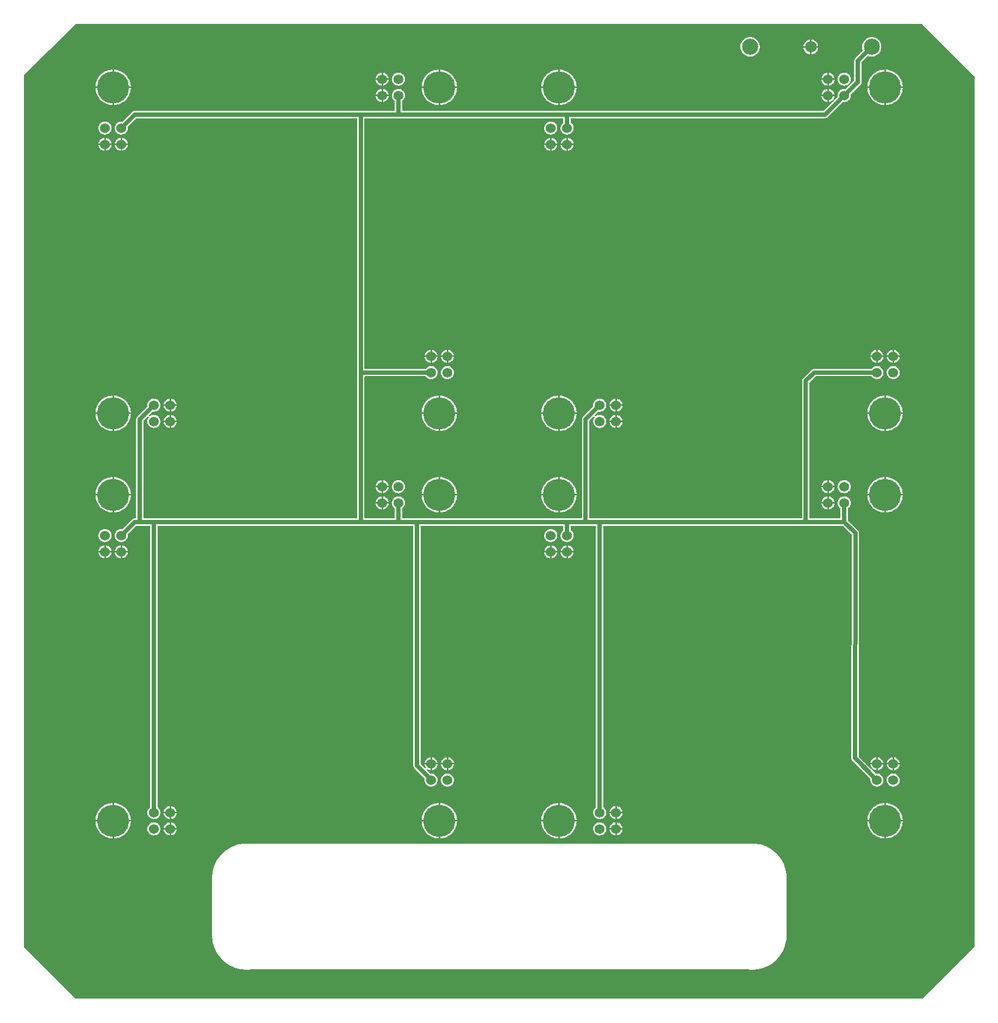
<source format=gbl>
G04 Layer: BottomLayer*
G04 EasyEDA v6.5.22, 2023-04-02 16:23:41*
G04 0d5d065aeb9341cc8506dd620d600087,5a6b42c53f6a479593ecc07194224c93,10*
G04 Gerber Generator version 0.2*
G04 Scale: 100 percent, Rotated: No, Reflected: No *
G04 Dimensions in millimeters *
G04 leading zeros omitted , absolute positions ,4 integer and 5 decimal *
%FSLAX45Y45*%
%MOMM*%

%ADD10C,0.6350*%
%ADD11C,5.0000*%
%ADD12C,1.5240*%
%ADD13C,2.5000*%
%ADD14C,1.8000*%
%ADD15C,0.0115*%

%LPD*%
G36*
X7380935Y25908D02*
G01*
X7377074Y26670D01*
X7373772Y28905D01*
X6569405Y833272D01*
X6567170Y836574D01*
X6566408Y840435D01*
X6566408Y14414347D01*
X6567220Y14418310D01*
X6569456Y14421612D01*
X7373620Y15211196D01*
X7376922Y15213330D01*
X7380731Y15214092D01*
X20559064Y15214092D01*
X20562925Y15213330D01*
X20566227Y15211094D01*
X21370594Y14406727D01*
X21372830Y14403425D01*
X21373592Y14399564D01*
X21373592Y840435D01*
X21372830Y836574D01*
X21370594Y833272D01*
X20566227Y28905D01*
X20562925Y26670D01*
X20559064Y25908D01*
G37*

%LPC*%
G36*
X18711265Y14871700D02*
G01*
X18813678Y14871700D01*
X18813678Y14973960D01*
X18804636Y14972842D01*
X18790564Y14969236D01*
X18777000Y14963851D01*
X18764250Y14956840D01*
X18752464Y14948306D01*
X18741898Y14938349D01*
X18732601Y14927122D01*
X18724778Y14914829D01*
X18718580Y14901672D01*
X18714110Y14887803D01*
X18711367Y14873528D01*
G37*
G36*
X18839078Y14871700D02*
G01*
X18941440Y14871700D01*
X18941338Y14873528D01*
X18938595Y14887803D01*
X18934125Y14901672D01*
X18927927Y14914829D01*
X18920104Y14927122D01*
X18910808Y14938349D01*
X18900241Y14948306D01*
X18888456Y14956840D01*
X18875705Y14963851D01*
X18862141Y14969236D01*
X18848070Y14972842D01*
X18839078Y14973960D01*
G37*
G36*
X18839078Y14744039D02*
G01*
X18848070Y14745157D01*
X18862141Y14748763D01*
X18875705Y14754148D01*
X18888456Y14761159D01*
X18900241Y14769693D01*
X18910808Y14779650D01*
X18920104Y14790877D01*
X18927927Y14803170D01*
X18934125Y14816328D01*
X18938595Y14830196D01*
X18941338Y14844471D01*
X18941440Y14846300D01*
X18839078Y14846300D01*
G37*
G36*
X13050672Y2523642D02*
G01*
X13055295Y2523744D01*
X13078307Y2526182D01*
X13101015Y2530500D01*
X13123265Y2536698D01*
X13144906Y2544775D01*
X13165836Y2554579D01*
X13185851Y2566162D01*
X13204799Y2579319D01*
X13222630Y2594051D01*
X13239140Y2610256D01*
X13254228Y2627731D01*
X13267791Y2646426D01*
X13279780Y2666187D01*
X13290042Y2686862D01*
X13298525Y2708351D01*
X13305231Y2730500D01*
X13310006Y2753106D01*
X13312901Y2776016D01*
X13313359Y2786380D01*
X13050672Y2786380D01*
G37*
G36*
X19994778Y2523642D02*
G01*
X19999401Y2523744D01*
X20022413Y2526182D01*
X20045121Y2530500D01*
X20067371Y2536698D01*
X20089012Y2544775D01*
X20109942Y2554579D01*
X20129906Y2566162D01*
X20148905Y2579319D01*
X20166685Y2594051D01*
X20183195Y2610256D01*
X20198334Y2627731D01*
X20211897Y2646426D01*
X20223886Y2666187D01*
X20234148Y2686862D01*
X20242631Y2708351D01*
X20249337Y2730500D01*
X20254112Y2753106D01*
X20257008Y2776016D01*
X20257465Y2786380D01*
X19994778Y2786380D01*
G37*
G36*
X14914778Y2523642D02*
G01*
X14919401Y2523744D01*
X14942413Y2526182D01*
X14965121Y2530500D01*
X14987371Y2536698D01*
X15009012Y2544775D01*
X15029942Y2554579D01*
X15049906Y2566162D01*
X15068905Y2579319D01*
X15086685Y2594051D01*
X15103195Y2610256D01*
X15118334Y2627731D01*
X15131897Y2646426D01*
X15143886Y2666187D01*
X15154148Y2686862D01*
X15162631Y2708351D01*
X15169337Y2730500D01*
X15174112Y2753106D01*
X15177007Y2776016D01*
X15177465Y2786380D01*
X14914778Y2786380D01*
G37*
G36*
X7970672Y2523642D02*
G01*
X7975295Y2523744D01*
X7998307Y2526182D01*
X8021015Y2530500D01*
X8043265Y2536698D01*
X8064906Y2544775D01*
X8085836Y2554579D01*
X8105851Y2566162D01*
X8124799Y2579319D01*
X8142630Y2594051D01*
X8159140Y2610256D01*
X8174228Y2627731D01*
X8187791Y2646426D01*
X8199780Y2666187D01*
X8210042Y2686862D01*
X8218525Y2708351D01*
X8225231Y2730500D01*
X8230006Y2753106D01*
X8232902Y2776016D01*
X8233359Y2786380D01*
X7970672Y2786380D01*
G37*
G36*
X13025272Y2523693D02*
G01*
X13025272Y2786380D01*
X12762433Y2786380D01*
X12764262Y2764536D01*
X12768122Y2741726D01*
X12773863Y2719374D01*
X12781483Y2697530D01*
X12790881Y2676448D01*
X12802006Y2656179D01*
X12814808Y2636926D01*
X12829133Y2618841D01*
X12844983Y2601976D01*
X12862153Y2586532D01*
X12880543Y2572562D01*
X12900050Y2560167D01*
X12920522Y2549448D01*
X12941808Y2540508D01*
X12963804Y2533345D01*
X12986308Y2528112D01*
X13009168Y2524709D01*
G37*
G36*
X19969378Y2523693D02*
G01*
X19969378Y2786380D01*
X19706539Y2786380D01*
X19708368Y2764536D01*
X19712228Y2741726D01*
X19717969Y2719374D01*
X19725589Y2697530D01*
X19734987Y2676448D01*
X19746112Y2656179D01*
X19758914Y2636926D01*
X19773239Y2618841D01*
X19789038Y2601976D01*
X19806208Y2586532D01*
X19824649Y2572562D01*
X19844156Y2560167D01*
X19864628Y2549448D01*
X19885914Y2540508D01*
X19907910Y2533345D01*
X19930414Y2528112D01*
X19953274Y2524709D01*
G37*
G36*
X14889378Y2523693D02*
G01*
X14889378Y2786380D01*
X14626539Y2786380D01*
X14628368Y2764536D01*
X14632228Y2741726D01*
X14637969Y2719374D01*
X14645589Y2697530D01*
X14654987Y2676448D01*
X14666112Y2656179D01*
X14678913Y2636926D01*
X14693239Y2618841D01*
X14709038Y2601976D01*
X14726208Y2586532D01*
X14744649Y2572562D01*
X14764156Y2560167D01*
X14784628Y2549448D01*
X14805913Y2540508D01*
X14827910Y2533345D01*
X14850414Y2528112D01*
X14873274Y2524709D01*
G37*
G36*
X7945272Y2523693D02*
G01*
X7945272Y2786380D01*
X7682433Y2786380D01*
X7684262Y2764536D01*
X7688122Y2741726D01*
X7693863Y2719374D01*
X7701483Y2697530D01*
X7710881Y2676448D01*
X7722006Y2656179D01*
X7734808Y2636926D01*
X7749133Y2618841D01*
X7764983Y2601976D01*
X7782153Y2586532D01*
X7800543Y2572562D01*
X7820050Y2560167D01*
X7840522Y2549448D01*
X7861808Y2540508D01*
X7883804Y2533345D01*
X7906308Y2528112D01*
X7929168Y2524709D01*
G37*
G36*
X15540532Y2570073D02*
G01*
X15554096Y2571445D01*
X15567355Y2574594D01*
X15580055Y2579522D01*
X15592044Y2586075D01*
X15603016Y2594152D01*
X15612821Y2603652D01*
X15621254Y2614320D01*
X15628213Y2626055D01*
X15633547Y2638602D01*
X15637154Y2651760D01*
X15638983Y2665272D01*
X15638983Y2678938D01*
X15637154Y2692450D01*
X15633547Y2705608D01*
X15628213Y2718155D01*
X15621254Y2729890D01*
X15612821Y2740558D01*
X15603016Y2750058D01*
X15592044Y2758135D01*
X15580055Y2764688D01*
X15567355Y2769616D01*
X15554096Y2772765D01*
X15540532Y2774137D01*
X15526867Y2773680D01*
X15513456Y2771394D01*
X15500400Y2767380D01*
X15488056Y2761640D01*
X15476575Y2754274D01*
X15466161Y2745486D01*
X15457017Y2735376D01*
X15449296Y2724150D01*
X15443149Y2711958D01*
X15438628Y2699054D01*
X15435935Y2685694D01*
X15435021Y2672080D01*
X15435935Y2658516D01*
X15438628Y2645156D01*
X15443149Y2632252D01*
X15449296Y2620060D01*
X15457017Y2608834D01*
X15466161Y2598724D01*
X15476575Y2589936D01*
X15488056Y2582570D01*
X15500400Y2576830D01*
X15513456Y2572816D01*
X15526867Y2570530D01*
G37*
G36*
X8596426Y2570073D02*
G01*
X8609990Y2571445D01*
X8623249Y2574594D01*
X8636000Y2579522D01*
X8647938Y2586075D01*
X8658910Y2594152D01*
X8668715Y2603652D01*
X8677148Y2614320D01*
X8684107Y2626055D01*
X8689441Y2638602D01*
X8693048Y2651760D01*
X8694877Y2665272D01*
X8694877Y2678938D01*
X8693048Y2692450D01*
X8689441Y2705608D01*
X8684107Y2718155D01*
X8677148Y2729890D01*
X8668715Y2740558D01*
X8658910Y2750058D01*
X8647938Y2758135D01*
X8636000Y2764688D01*
X8623249Y2769616D01*
X8609990Y2772765D01*
X8596426Y2774137D01*
X8582812Y2773680D01*
X8569350Y2771394D01*
X8556294Y2767380D01*
X8543950Y2761640D01*
X8532469Y2754274D01*
X8522055Y2745486D01*
X8512911Y2735376D01*
X8505190Y2724150D01*
X8499043Y2711958D01*
X8494572Y2699054D01*
X8491829Y2685694D01*
X8490915Y2672080D01*
X8491829Y2658516D01*
X8494572Y2645156D01*
X8499043Y2632252D01*
X8505190Y2620060D01*
X8512911Y2608834D01*
X8522055Y2598724D01*
X8532469Y2589936D01*
X8543950Y2582570D01*
X8556294Y2576830D01*
X8569350Y2572816D01*
X8582812Y2570530D01*
G37*
G36*
X8834323Y2570937D02*
G01*
X8834323Y2659380D01*
X8745778Y2659380D01*
X8748572Y2645156D01*
X8753043Y2632252D01*
X8759190Y2620060D01*
X8766911Y2608834D01*
X8776055Y2598724D01*
X8786469Y2589936D01*
X8797950Y2582570D01*
X8810294Y2576830D01*
X8823350Y2572816D01*
G37*
G36*
X15778429Y2570937D02*
G01*
X15778429Y2659380D01*
X15689884Y2659380D01*
X15692628Y2645156D01*
X15697149Y2632252D01*
X15703296Y2620060D01*
X15711017Y2608834D01*
X15720161Y2598724D01*
X15730575Y2589936D01*
X15742056Y2582570D01*
X15754400Y2576830D01*
X15767456Y2572816D01*
G37*
G36*
X8859723Y2570988D02*
G01*
X8863990Y2571445D01*
X8877249Y2574594D01*
X8890000Y2579522D01*
X8901938Y2586075D01*
X8912910Y2594152D01*
X8922715Y2603652D01*
X8931148Y2614320D01*
X8938107Y2626055D01*
X8943441Y2638602D01*
X8947048Y2651760D01*
X8948064Y2659380D01*
X8859723Y2659380D01*
G37*
G36*
X15803829Y2570988D02*
G01*
X15808096Y2571445D01*
X15821355Y2574594D01*
X15834055Y2579522D01*
X15846044Y2586075D01*
X15857016Y2594152D01*
X15866821Y2603652D01*
X15875254Y2614320D01*
X15882213Y2626055D01*
X15887547Y2638602D01*
X15891154Y2651760D01*
X15892170Y2659380D01*
X15803829Y2659380D01*
G37*
G36*
X8859723Y2684780D02*
G01*
X8948064Y2684780D01*
X8947048Y2692450D01*
X8943441Y2705608D01*
X8938107Y2718155D01*
X8931148Y2729890D01*
X8922715Y2740558D01*
X8912910Y2750058D01*
X8901938Y2758135D01*
X8890000Y2764688D01*
X8877249Y2769616D01*
X8863990Y2772765D01*
X8859723Y2773222D01*
G37*
G36*
X15803829Y2684780D02*
G01*
X15892170Y2684780D01*
X15891154Y2692450D01*
X15887547Y2705608D01*
X15882213Y2718155D01*
X15875254Y2729890D01*
X15866821Y2740558D01*
X15857016Y2750058D01*
X15846044Y2758135D01*
X15834055Y2764688D01*
X15821355Y2769616D01*
X15808096Y2772765D01*
X15803829Y2773222D01*
G37*
G36*
X15689884Y2684780D02*
G01*
X15778429Y2684780D01*
X15778429Y2773273D01*
X15767456Y2771394D01*
X15754400Y2767380D01*
X15742056Y2761640D01*
X15730575Y2754274D01*
X15720161Y2745486D01*
X15711017Y2735376D01*
X15703296Y2724150D01*
X15697149Y2711958D01*
X15692628Y2699054D01*
G37*
G36*
X8745778Y2684780D02*
G01*
X8834323Y2684780D01*
X8834323Y2773273D01*
X8823350Y2771394D01*
X8810294Y2767380D01*
X8797950Y2761640D01*
X8786469Y2754274D01*
X8776055Y2745486D01*
X8766911Y2735376D01*
X8759190Y2724150D01*
X8753043Y2711958D01*
X8748572Y2699054D01*
G37*
G36*
X14914778Y2811780D02*
G01*
X15177465Y2811780D01*
X15177007Y2822194D01*
X15174112Y2845104D01*
X15169337Y2867710D01*
X15162631Y2889808D01*
X15154148Y2911297D01*
X15143886Y2932023D01*
X15131897Y2951784D01*
X15118334Y2970479D01*
X15103195Y2987954D01*
X15086685Y3004108D01*
X15068905Y3018840D01*
X15049906Y3032048D01*
X15029942Y3043580D01*
X15009012Y3053435D01*
X14987371Y3061512D01*
X14965121Y3067710D01*
X14942413Y3072028D01*
X14919401Y3074466D01*
X14914778Y3074568D01*
G37*
G36*
X13050672Y2811780D02*
G01*
X13313359Y2811780D01*
X13312901Y2822194D01*
X13310006Y2845104D01*
X13305231Y2867710D01*
X13298525Y2889808D01*
X13290042Y2911297D01*
X13279780Y2932023D01*
X13267791Y2951784D01*
X13254228Y2970479D01*
X13239140Y2987954D01*
X13222630Y3004108D01*
X13204799Y3018840D01*
X13185851Y3032048D01*
X13165836Y3043580D01*
X13144906Y3053435D01*
X13123265Y3061512D01*
X13101015Y3067710D01*
X13078307Y3072028D01*
X13055295Y3074466D01*
X13050672Y3074568D01*
G37*
G36*
X19994778Y2811780D02*
G01*
X20257465Y2811780D01*
X20257008Y2822194D01*
X20254112Y2845104D01*
X20249337Y2867710D01*
X20242631Y2889808D01*
X20234148Y2911297D01*
X20223886Y2932023D01*
X20211897Y2951784D01*
X20198334Y2970479D01*
X20183195Y2987954D01*
X20166685Y3004108D01*
X20148905Y3018840D01*
X20129906Y3032048D01*
X20109942Y3043580D01*
X20089012Y3053435D01*
X20067371Y3061512D01*
X20045121Y3067710D01*
X20022413Y3072028D01*
X19999401Y3074466D01*
X19994778Y3074568D01*
G37*
G36*
X7970672Y2811780D02*
G01*
X8233359Y2811780D01*
X8232902Y2822194D01*
X8230006Y2845104D01*
X8225231Y2867710D01*
X8218525Y2889808D01*
X8210042Y2911297D01*
X8199780Y2932023D01*
X8187791Y2951784D01*
X8174228Y2970479D01*
X8159140Y2987954D01*
X8142630Y3004108D01*
X8124799Y3018840D01*
X8105851Y3032048D01*
X8085836Y3043580D01*
X8064906Y3053435D01*
X8043265Y3061512D01*
X8021015Y3067710D01*
X7998307Y3072028D01*
X7975295Y3074466D01*
X7970672Y3074568D01*
G37*
G36*
X7682433Y2811780D02*
G01*
X7945272Y2811780D01*
X7945272Y3074517D01*
X7929168Y3073501D01*
X7906308Y3070098D01*
X7883804Y3064814D01*
X7861808Y3057702D01*
X7840522Y3048762D01*
X7820050Y3038043D01*
X7800543Y3025648D01*
X7782153Y3011678D01*
X7764983Y2996234D01*
X7749133Y2979369D01*
X7734808Y2961284D01*
X7722006Y2942031D01*
X7710881Y2921762D01*
X7701483Y2900680D01*
X7693863Y2878836D01*
X7688122Y2856484D01*
X7684262Y2833674D01*
G37*
G36*
X12762433Y2811780D02*
G01*
X13025272Y2811780D01*
X13025272Y3074517D01*
X13009168Y3073501D01*
X12986308Y3070098D01*
X12963804Y3064814D01*
X12941808Y3057702D01*
X12920522Y3048762D01*
X12900050Y3038043D01*
X12880543Y3025648D01*
X12862153Y3011678D01*
X12844983Y2996234D01*
X12829133Y2979369D01*
X12814808Y2961284D01*
X12802006Y2942031D01*
X12790881Y2921762D01*
X12781483Y2900680D01*
X12773863Y2878836D01*
X12768122Y2856484D01*
X12764262Y2833674D01*
G37*
G36*
X19706539Y2811780D02*
G01*
X19969378Y2811780D01*
X19969378Y3074517D01*
X19953274Y3073501D01*
X19930414Y3070098D01*
X19907910Y3064814D01*
X19885914Y3057702D01*
X19864628Y3048762D01*
X19844156Y3038043D01*
X19824649Y3025648D01*
X19806208Y3011678D01*
X19789038Y2996234D01*
X19773239Y2979369D01*
X19758914Y2961284D01*
X19746112Y2942031D01*
X19734987Y2921762D01*
X19725589Y2900680D01*
X19717969Y2878836D01*
X19712228Y2856484D01*
X19708368Y2833674D01*
G37*
G36*
X14626539Y2811780D02*
G01*
X14889378Y2811780D01*
X14889378Y3074517D01*
X14873274Y3073501D01*
X14850414Y3070098D01*
X14827910Y3064814D01*
X14805913Y3057702D01*
X14784628Y3048762D01*
X14764156Y3038043D01*
X14744649Y3025648D01*
X14726208Y3011678D01*
X14709038Y2996234D01*
X14693239Y2979369D01*
X14678913Y2961284D01*
X14666112Y2942031D01*
X14654987Y2921762D01*
X14645589Y2900680D01*
X14637969Y2878836D01*
X14632228Y2856484D01*
X14628368Y2833674D01*
G37*
G36*
X8596426Y2824073D02*
G01*
X8609990Y2825445D01*
X8623249Y2828594D01*
X8636000Y2833522D01*
X8647938Y2840075D01*
X8658910Y2848152D01*
X8668715Y2857652D01*
X8677148Y2868320D01*
X8684107Y2880055D01*
X8689441Y2892602D01*
X8693048Y2905760D01*
X8694877Y2919272D01*
X8694877Y2932938D01*
X8693048Y2946450D01*
X8689441Y2959608D01*
X8684107Y2972155D01*
X8677148Y2983890D01*
X8668715Y2994558D01*
X8658910Y3004058D01*
X8654796Y3007106D01*
X8652560Y3009341D01*
X8651138Y3012135D01*
X8650681Y3015284D01*
X8650681Y7387081D01*
X8651443Y7390993D01*
X8653627Y7394244D01*
X8656929Y7396480D01*
X8660841Y7397242D01*
X12623596Y7397242D01*
X12627457Y7396480D01*
X12630759Y7394244D01*
X12632944Y7390993D01*
X12633756Y7387081D01*
X12633756Y3658006D01*
X12634569Y3648100D01*
X12636906Y3638905D01*
X12640716Y3630168D01*
X12645999Y3622141D01*
X12650876Y3616604D01*
X12807492Y3459987D01*
X12809880Y3456178D01*
X12810439Y3451758D01*
X12808966Y3437534D01*
X12809423Y3423869D01*
X12811709Y3410458D01*
X12815722Y3397402D01*
X12821462Y3385058D01*
X12828828Y3373526D01*
X12837617Y3363112D01*
X12847726Y3353968D01*
X12859004Y3346246D01*
X12871145Y3340100D01*
X12884048Y3335629D01*
X12897408Y3332937D01*
X12911023Y3332022D01*
X12924637Y3332937D01*
X12937998Y3335629D01*
X12950850Y3340100D01*
X12963042Y3346246D01*
X12974269Y3353968D01*
X12984378Y3363112D01*
X12993217Y3373526D01*
X13000532Y3385058D01*
X13006273Y3397402D01*
X13010337Y3410458D01*
X13012572Y3423869D01*
X13013029Y3437534D01*
X13011658Y3451098D01*
X13008508Y3464356D01*
X13003631Y3477056D01*
X12997078Y3489045D01*
X12988950Y3500018D01*
X12979501Y3509822D01*
X12968782Y3518255D01*
X12957048Y3525215D01*
X12944500Y3530549D01*
X12931343Y3534156D01*
X12917830Y3535984D01*
X12904165Y3535984D01*
X12900710Y3535476D01*
X12897612Y3535527D01*
X12894665Y3536543D01*
X12892176Y3538372D01*
X12845389Y3585159D01*
X12843052Y3588765D01*
X12842392Y3592982D01*
X12843560Y3597046D01*
X12846253Y3600348D01*
X12850114Y3602228D01*
X12854381Y3602329D01*
X12858953Y3600246D01*
X12871145Y3594100D01*
X12884048Y3589629D01*
X12898323Y3586886D01*
X12898323Y3675379D01*
X12809829Y3675379D01*
X12811709Y3664458D01*
X12815722Y3651402D01*
X12821462Y3639058D01*
X12824256Y3634689D01*
X12825730Y3630726D01*
X12825476Y3626510D01*
X12823545Y3622801D01*
X12820294Y3620160D01*
X12816230Y3619042D01*
X12812064Y3619703D01*
X12808508Y3622040D01*
X12752019Y3678529D01*
X12749834Y3681780D01*
X12749072Y3685692D01*
X12749072Y7387081D01*
X12749834Y7390993D01*
X12752019Y7394244D01*
X12755321Y7396480D01*
X12759232Y7397242D01*
X14961260Y7397242D01*
X14965172Y7396480D01*
X14968474Y7394244D01*
X14970658Y7390993D01*
X14971420Y7387081D01*
X14971420Y7333437D01*
X14970912Y7330186D01*
X14969388Y7327290D01*
X14955723Y7315047D01*
X14946934Y7304633D01*
X14939568Y7293152D01*
X14933828Y7280808D01*
X14929815Y7267752D01*
X14927529Y7254341D01*
X14927072Y7240676D01*
X14928443Y7227112D01*
X14931593Y7213853D01*
X14936520Y7201153D01*
X14943074Y7189165D01*
X14951151Y7178192D01*
X14960600Y7168388D01*
X14971318Y7159955D01*
X14983053Y7152995D01*
X14995601Y7147661D01*
X15008758Y7144054D01*
X15022271Y7142225D01*
X15035936Y7142225D01*
X15049449Y7144054D01*
X15062606Y7147661D01*
X15075154Y7152995D01*
X15086888Y7159955D01*
X15097556Y7168388D01*
X15107056Y7178192D01*
X15115133Y7189165D01*
X15121686Y7201153D01*
X15126614Y7213853D01*
X15129763Y7227112D01*
X15131135Y7240676D01*
X15130678Y7254341D01*
X15128392Y7267752D01*
X15124379Y7280808D01*
X15118638Y7293152D01*
X15111272Y7304633D01*
X15102484Y7315047D01*
X15088819Y7327290D01*
X15087295Y7330186D01*
X15086736Y7333437D01*
X15086736Y7387081D01*
X15087549Y7390993D01*
X15089733Y7394244D01*
X15093035Y7396480D01*
X15096896Y7397242D01*
X15469311Y7397242D01*
X15473172Y7396480D01*
X15476474Y7394244D01*
X15478658Y7390993D01*
X15479471Y7387081D01*
X15479471Y3015437D01*
X15478506Y3011170D01*
X15475864Y3007715D01*
X15466161Y2999486D01*
X15457017Y2989376D01*
X15449296Y2978150D01*
X15443149Y2965958D01*
X15438628Y2953054D01*
X15435935Y2939694D01*
X15435021Y2926080D01*
X15435935Y2912516D01*
X15438628Y2899156D01*
X15443149Y2886252D01*
X15449296Y2874060D01*
X15457017Y2862834D01*
X15466161Y2852724D01*
X15476575Y2843936D01*
X15488056Y2836570D01*
X15500400Y2830830D01*
X15513456Y2826816D01*
X15526867Y2824530D01*
X15540532Y2824073D01*
X15554096Y2825445D01*
X15567355Y2828594D01*
X15580055Y2833522D01*
X15592044Y2840075D01*
X15603016Y2848152D01*
X15612821Y2857652D01*
X15621254Y2868320D01*
X15628213Y2880055D01*
X15633547Y2892602D01*
X15637154Y2905760D01*
X15638983Y2919272D01*
X15638983Y2932938D01*
X15637154Y2946450D01*
X15633547Y2959608D01*
X15628213Y2972155D01*
X15621254Y2983890D01*
X15612821Y2994558D01*
X15603016Y3004058D01*
X15598901Y3007106D01*
X15596666Y3009341D01*
X15595244Y3012135D01*
X15594787Y3015284D01*
X15594787Y7387081D01*
X15595549Y7390993D01*
X15597733Y7394244D01*
X15601035Y7396480D01*
X15604947Y7397242D01*
X19319087Y7397242D01*
X19322999Y7396480D01*
X19326250Y7394244D01*
X19459194Y7261352D01*
X19461429Y7258050D01*
X19462191Y7254138D01*
X19454622Y3777538D01*
X19455434Y3767632D01*
X19457720Y3758387D01*
X19461530Y3749649D01*
X19466763Y3741623D01*
X19471741Y3735984D01*
X19751243Y3456482D01*
X19753630Y3452723D01*
X19754138Y3448304D01*
X19753072Y3437534D01*
X19753529Y3423869D01*
X19755815Y3410458D01*
X19759828Y3397402D01*
X19765568Y3385058D01*
X19772934Y3373526D01*
X19781723Y3363112D01*
X19791832Y3353968D01*
X19803059Y3346246D01*
X19815251Y3340100D01*
X19828154Y3335629D01*
X19841514Y3332937D01*
X19855129Y3332022D01*
X19868692Y3332937D01*
X19882053Y3335629D01*
X19894956Y3340100D01*
X19907148Y3346246D01*
X19918375Y3353968D01*
X19928484Y3363112D01*
X19937272Y3373526D01*
X19944638Y3385058D01*
X19950379Y3397402D01*
X19954392Y3410458D01*
X19956678Y3423869D01*
X19957135Y3437534D01*
X19955764Y3451098D01*
X19952614Y3464356D01*
X19947686Y3477056D01*
X19941133Y3489045D01*
X19933056Y3500018D01*
X19923556Y3509822D01*
X19912888Y3518255D01*
X19901154Y3525215D01*
X19888606Y3530549D01*
X19875449Y3534156D01*
X19861936Y3535984D01*
X19848271Y3535984D01*
X19841413Y3535019D01*
X19838314Y3535121D01*
X19835368Y3536086D01*
X19832878Y3537915D01*
X19774611Y3596182D01*
X19772274Y3599942D01*
X19771817Y3604666D01*
X19767042Y3605072D01*
X19763333Y3607460D01*
X19572986Y3797808D01*
X19570750Y3801110D01*
X19569988Y3805021D01*
X19577558Y7281621D01*
X19576745Y7291527D01*
X19574459Y7300772D01*
X19570649Y7309510D01*
X19565416Y7317536D01*
X19560438Y7323175D01*
X19407733Y7475880D01*
X19405549Y7479182D01*
X19404736Y7483094D01*
X19404736Y7662722D01*
X19405701Y7667040D01*
X19408343Y7670495D01*
X19418046Y7678724D01*
X19427240Y7688834D01*
X19434911Y7700060D01*
X19441109Y7712252D01*
X19445579Y7725105D01*
X19448272Y7738516D01*
X19449186Y7752080D01*
X19448272Y7765694D01*
X19445579Y7779054D01*
X19441109Y7791958D01*
X19434911Y7804099D01*
X19427240Y7815376D01*
X19418046Y7825486D01*
X19407632Y7834274D01*
X19396151Y7841640D01*
X19383806Y7847380D01*
X19370751Y7851394D01*
X19357340Y7853680D01*
X19343674Y7854137D01*
X19330111Y7852765D01*
X19316852Y7849616D01*
X19304152Y7844688D01*
X19292163Y7838135D01*
X19281190Y7830058D01*
X19271386Y7820558D01*
X19262953Y7809890D01*
X19255994Y7798155D01*
X19250660Y7785608D01*
X19247053Y7772450D01*
X19245224Y7758938D01*
X19245224Y7745272D01*
X19247053Y7731759D01*
X19250660Y7718602D01*
X19255994Y7706055D01*
X19262953Y7694320D01*
X19271386Y7683601D01*
X19281190Y7674152D01*
X19285305Y7671104D01*
X19287540Y7668869D01*
X19288963Y7666075D01*
X19289420Y7662925D01*
X19289420Y7522718D01*
X19288658Y7518806D01*
X19286474Y7515555D01*
X19283172Y7513320D01*
X19279260Y7512558D01*
X18814338Y7512558D01*
X18810427Y7513320D01*
X18807125Y7515555D01*
X18804940Y7518806D01*
X18804178Y7522718D01*
X18804178Y9623907D01*
X18804940Y9627819D01*
X18807125Y9631070D01*
X18899479Y9723424D01*
X18902781Y9725660D01*
X18906693Y9726422D01*
X19765772Y9726422D01*
X19770039Y9725456D01*
X19773544Y9722815D01*
X19781723Y9713112D01*
X19791832Y9703968D01*
X19803059Y9696246D01*
X19815251Y9690100D01*
X19828154Y9685629D01*
X19841514Y9682937D01*
X19855129Y9682022D01*
X19868692Y9682937D01*
X19882053Y9685629D01*
X19894956Y9690100D01*
X19907148Y9696246D01*
X19918375Y9703968D01*
X19928484Y9713112D01*
X19937272Y9723526D01*
X19944638Y9735058D01*
X19950379Y9747402D01*
X19954392Y9760458D01*
X19956678Y9773869D01*
X19957135Y9787534D01*
X19955764Y9801098D01*
X19952614Y9814356D01*
X19947686Y9827056D01*
X19941133Y9839045D01*
X19933056Y9850018D01*
X19923556Y9859822D01*
X19912888Y9868255D01*
X19901154Y9875215D01*
X19888606Y9880549D01*
X19875449Y9884156D01*
X19861936Y9885984D01*
X19848271Y9885984D01*
X19834758Y9884156D01*
X19821601Y9880549D01*
X19809053Y9875215D01*
X19797318Y9868255D01*
X19786650Y9859822D01*
X19777151Y9850018D01*
X19774103Y9845852D01*
X19771868Y9843668D01*
X19769023Y9842246D01*
X19765924Y9841738D01*
X18879007Y9841738D01*
X18869101Y9840925D01*
X18859855Y9838588D01*
X18851168Y9834778D01*
X18843091Y9829495D01*
X18837605Y9824618D01*
X18706033Y9693046D01*
X18699581Y9685477D01*
X18694755Y9677298D01*
X18691250Y9668459D01*
X18689320Y9659010D01*
X18688862Y9651695D01*
X18688862Y7522718D01*
X18688050Y7518806D01*
X18685865Y7515555D01*
X18682563Y7513320D01*
X18678702Y7512558D01*
X15385338Y7512558D01*
X15381427Y7513320D01*
X15378125Y7515555D01*
X15375940Y7518806D01*
X15375178Y7522718D01*
X15375178Y9027109D01*
X15375940Y9031020D01*
X15378125Y9034272D01*
X15440660Y9097213D01*
X15444266Y9099550D01*
X15448483Y9100159D01*
X15452547Y9099042D01*
X15455849Y9096349D01*
X15457728Y9092488D01*
X15457881Y9088221D01*
X15456255Y9084310D01*
X15449296Y9074150D01*
X15443149Y9061958D01*
X15438628Y9049054D01*
X15435935Y9035694D01*
X15435021Y9022080D01*
X15435935Y9008516D01*
X15438628Y8995156D01*
X15443149Y8982252D01*
X15449296Y8970060D01*
X15457017Y8958834D01*
X15466161Y8948724D01*
X15476575Y8939936D01*
X15488056Y8932570D01*
X15500400Y8926830D01*
X15513456Y8922816D01*
X15526867Y8920530D01*
X15540532Y8920073D01*
X15554096Y8921445D01*
X15567355Y8924594D01*
X15580055Y8929522D01*
X15592044Y8936075D01*
X15603016Y8944152D01*
X15612821Y8953652D01*
X15621254Y8964320D01*
X15628213Y8976055D01*
X15633547Y8988602D01*
X15637154Y9001760D01*
X15638983Y9015272D01*
X15638983Y9028938D01*
X15637154Y9042450D01*
X15633547Y9055608D01*
X15628213Y9068155D01*
X15621254Y9079890D01*
X15612821Y9090558D01*
X15603016Y9100058D01*
X15592044Y9108135D01*
X15580055Y9114688D01*
X15567355Y9119616D01*
X15554096Y9122765D01*
X15540532Y9124137D01*
X15526867Y9123680D01*
X15513456Y9121394D01*
X15500400Y9117380D01*
X15488056Y9111640D01*
X15476575Y9104274D01*
X15475051Y9103004D01*
X15471140Y9100972D01*
X15466771Y9100769D01*
X15462707Y9102445D01*
X15459710Y9105696D01*
X15458389Y9109862D01*
X15458948Y9114231D01*
X15461284Y9117939D01*
X15515183Y9172143D01*
X15517774Y9174022D01*
X15520873Y9175038D01*
X15524073Y9174988D01*
X15526867Y9174530D01*
X15540532Y9174073D01*
X15554096Y9175445D01*
X15567355Y9178594D01*
X15580055Y9183522D01*
X15592044Y9190075D01*
X15603016Y9198152D01*
X15612821Y9207652D01*
X15621254Y9218320D01*
X15628213Y9230055D01*
X15633547Y9242602D01*
X15637154Y9255760D01*
X15638983Y9269272D01*
X15638983Y9282938D01*
X15637154Y9296450D01*
X15633547Y9309608D01*
X15628213Y9322155D01*
X15621254Y9333890D01*
X15612821Y9344558D01*
X15603016Y9354058D01*
X15592044Y9362135D01*
X15580055Y9368688D01*
X15567355Y9373616D01*
X15554096Y9376765D01*
X15540532Y9378137D01*
X15526867Y9377680D01*
X15513456Y9375394D01*
X15500400Y9371380D01*
X15488056Y9365640D01*
X15476575Y9358274D01*
X15466161Y9349486D01*
X15457017Y9339376D01*
X15449296Y9328150D01*
X15443149Y9315958D01*
X15438628Y9303054D01*
X15435935Y9289694D01*
X15435021Y9276080D01*
X15436088Y9259112D01*
X15435122Y9255963D01*
X15433192Y9253220D01*
X15276931Y9096044D01*
X15270530Y9088424D01*
X15265654Y9080246D01*
X15262250Y9071406D01*
X15260269Y9061958D01*
X15259862Y9054795D01*
X15259862Y7522718D01*
X15259050Y7518806D01*
X15256865Y7515555D01*
X15253563Y7513320D01*
X15249702Y7512558D01*
X12470790Y7512558D01*
X12466929Y7513320D01*
X12463627Y7515555D01*
X12461443Y7518806D01*
X12460630Y7522718D01*
X12460630Y7662722D01*
X12461595Y7667040D01*
X12464237Y7670495D01*
X12473990Y7678724D01*
X12483134Y7688834D01*
X12490856Y7700060D01*
X12497003Y7712252D01*
X12501473Y7725105D01*
X12504166Y7738516D01*
X12505080Y7752080D01*
X12504166Y7765694D01*
X12501473Y7779054D01*
X12497003Y7791958D01*
X12490856Y7804099D01*
X12483134Y7815376D01*
X12473990Y7825486D01*
X12463576Y7834274D01*
X12452045Y7841640D01*
X12439700Y7847380D01*
X12426645Y7851394D01*
X12413234Y7853680D01*
X12399568Y7854137D01*
X12386005Y7852765D01*
X12372746Y7849616D01*
X12360046Y7844688D01*
X12348057Y7838135D01*
X12337084Y7830058D01*
X12327280Y7820558D01*
X12318847Y7809890D01*
X12311888Y7798155D01*
X12306554Y7785608D01*
X12302947Y7772450D01*
X12301118Y7758938D01*
X12301118Y7745272D01*
X12302947Y7731759D01*
X12306554Y7718602D01*
X12311888Y7706055D01*
X12318847Y7694320D01*
X12327280Y7683601D01*
X12337084Y7674152D01*
X12341199Y7671104D01*
X12343434Y7668869D01*
X12344857Y7666075D01*
X12345314Y7662925D01*
X12345314Y7522718D01*
X12344552Y7518806D01*
X12342368Y7515555D01*
X12339066Y7513320D01*
X12335154Y7512558D01*
X11882882Y7512558D01*
X11878970Y7513320D01*
X11875719Y7515555D01*
X11873484Y7518806D01*
X11872722Y7522718D01*
X11872722Y9716262D01*
X11873484Y9720173D01*
X11875719Y9723424D01*
X11878970Y9725660D01*
X11882882Y9726422D01*
X12821666Y9726422D01*
X12825933Y9725456D01*
X12829438Y9722815D01*
X12837617Y9713112D01*
X12847726Y9703968D01*
X12858953Y9696246D01*
X12871145Y9690100D01*
X12884048Y9685629D01*
X12897408Y9682937D01*
X12911023Y9682022D01*
X12924586Y9682937D01*
X12937947Y9685629D01*
X12950850Y9690100D01*
X12963042Y9696246D01*
X12974269Y9703968D01*
X12984378Y9713112D01*
X12993166Y9723526D01*
X13000532Y9735058D01*
X13006273Y9747402D01*
X13010286Y9760458D01*
X13012572Y9773869D01*
X13013029Y9787534D01*
X13011658Y9801098D01*
X13008508Y9814356D01*
X13003580Y9827056D01*
X12997027Y9839045D01*
X12988950Y9850018D01*
X12979450Y9859822D01*
X12968782Y9868255D01*
X12957048Y9875215D01*
X12944500Y9880549D01*
X12931343Y9884156D01*
X12917830Y9885984D01*
X12904165Y9885984D01*
X12890652Y9884156D01*
X12877495Y9880549D01*
X12864947Y9875215D01*
X12853212Y9868255D01*
X12842544Y9859822D01*
X12833045Y9850018D01*
X12829997Y9845852D01*
X12827762Y9843668D01*
X12824917Y9842246D01*
X12821818Y9841738D01*
X11882882Y9841738D01*
X11878970Y9842500D01*
X11875719Y9844735D01*
X11873484Y9847986D01*
X11872722Y9851898D01*
X11872722Y13737082D01*
X11873484Y13740993D01*
X11875719Y13744244D01*
X11878970Y13746480D01*
X11882882Y13747242D01*
X14961260Y13747242D01*
X14965172Y13746480D01*
X14968474Y13744244D01*
X14970658Y13740993D01*
X14971420Y13737082D01*
X14971420Y13683437D01*
X14970912Y13680186D01*
X14969388Y13677290D01*
X14955723Y13665047D01*
X14946934Y13654633D01*
X14939568Y13643152D01*
X14933828Y13630808D01*
X14929815Y13617752D01*
X14927529Y13604341D01*
X14927072Y13590676D01*
X14928443Y13577112D01*
X14931593Y13563854D01*
X14936520Y13551154D01*
X14943074Y13539165D01*
X14951151Y13528192D01*
X14960600Y13518388D01*
X14971318Y13509955D01*
X14983053Y13502995D01*
X14995601Y13497661D01*
X15008758Y13494054D01*
X15022271Y13492226D01*
X15035936Y13492226D01*
X15049449Y13494054D01*
X15062606Y13497661D01*
X15075154Y13502995D01*
X15086888Y13509955D01*
X15097556Y13518388D01*
X15107056Y13528192D01*
X15115133Y13539165D01*
X15121686Y13551154D01*
X15126614Y13563854D01*
X15129763Y13577112D01*
X15131135Y13590676D01*
X15130678Y13604341D01*
X15128392Y13617752D01*
X15124379Y13630808D01*
X15118638Y13643152D01*
X15111272Y13654633D01*
X15102484Y13665047D01*
X15088819Y13677290D01*
X15087295Y13680186D01*
X15086736Y13683437D01*
X15086736Y13737082D01*
X15087549Y13740993D01*
X15089733Y13744244D01*
X15093035Y13746480D01*
X15096896Y13747242D01*
X19049492Y13747242D01*
X19059398Y13748054D01*
X19068592Y13750391D01*
X19077330Y13754201D01*
X19085356Y13759484D01*
X19090894Y13764361D01*
X19324777Y13998244D01*
X19328536Y14000632D01*
X19332956Y14001140D01*
X19343674Y14000073D01*
X19357340Y14000530D01*
X19370751Y14002816D01*
X19383806Y14006830D01*
X19396151Y14012570D01*
X19407632Y14019936D01*
X19418046Y14028724D01*
X19427240Y14038834D01*
X19434911Y14050060D01*
X19441109Y14062252D01*
X19445579Y14075105D01*
X19448272Y14088516D01*
X19449186Y14102080D01*
X19448170Y14116608D01*
X19448780Y14120876D01*
X19451116Y14124482D01*
X19598487Y14271853D01*
X19604888Y14279422D01*
X19609765Y14287601D01*
X19613219Y14296440D01*
X19615200Y14305889D01*
X19615658Y14313204D01*
X19615658Y14615007D01*
X19616420Y14618919D01*
X19618655Y14622170D01*
X19711466Y14715032D01*
X19714768Y14717217D01*
X19718629Y14717979D01*
X19740321Y14711883D01*
X19756983Y14709038D01*
X19773900Y14708124D01*
X19790765Y14709038D01*
X19807478Y14711883D01*
X19823734Y14716556D01*
X19839381Y14723059D01*
X19854164Y14731238D01*
X19867981Y14741042D01*
X19880580Y14752319D01*
X19891857Y14764918D01*
X19901662Y14778736D01*
X19909840Y14793518D01*
X19916292Y14809165D01*
X19921016Y14825421D01*
X19923810Y14842083D01*
X19924776Y14859000D01*
X19923810Y14875916D01*
X19921016Y14892578D01*
X19916292Y14908834D01*
X19909840Y14924481D01*
X19901662Y14939263D01*
X19891857Y14953081D01*
X19880580Y14965680D01*
X19867981Y14976957D01*
X19854164Y14986762D01*
X19839381Y14994940D01*
X19823734Y15001443D01*
X19807478Y15006116D01*
X19790765Y15008961D01*
X19773900Y15009876D01*
X19756983Y15008961D01*
X19740321Y15006116D01*
X19724065Y15001443D01*
X19708418Y14994940D01*
X19693636Y14986762D01*
X19679818Y14976957D01*
X19667220Y14965680D01*
X19655942Y14953081D01*
X19646138Y14939263D01*
X19637959Y14924481D01*
X19631456Y14908834D01*
X19626783Y14892578D01*
X19623938Y14875916D01*
X19623024Y14859000D01*
X19623938Y14842083D01*
X19626783Y14825421D01*
X19631456Y14809165D01*
X19632117Y14807641D01*
X19632879Y14803729D01*
X19632117Y14799818D01*
X19629882Y14796566D01*
X19517512Y14684146D01*
X19511111Y14676577D01*
X19506234Y14668398D01*
X19502780Y14659559D01*
X19500799Y14650110D01*
X19500342Y14642795D01*
X19500342Y14340992D01*
X19499580Y14337080D01*
X19497344Y14333829D01*
X19437146Y14273580D01*
X19433387Y14271193D01*
X19431558Y14270990D01*
X19431355Y14269110D01*
X19428968Y14265401D01*
X19369532Y14205966D01*
X19366890Y14204086D01*
X19363842Y14203070D01*
X19360642Y14203121D01*
X19357340Y14203680D01*
X19343674Y14204137D01*
X19330111Y14202765D01*
X19316852Y14199616D01*
X19304152Y14194688D01*
X19292163Y14188135D01*
X19281190Y14180057D01*
X19271386Y14170558D01*
X19262953Y14159890D01*
X19255994Y14148155D01*
X19250660Y14135607D01*
X19247053Y14122450D01*
X19245224Y14108938D01*
X19245224Y14095272D01*
X19246189Y14088363D01*
X19246088Y14085265D01*
X19245122Y14082318D01*
X19243294Y14079829D01*
X19184569Y14021104D01*
X19180810Y14018768D01*
X19176949Y14018260D01*
X19176441Y14014297D01*
X19174053Y14010589D01*
X19028968Y13865555D01*
X19025717Y13863319D01*
X19021806Y13862557D01*
X12470841Y13862557D01*
X12466929Y13863319D01*
X12463627Y13865555D01*
X12461443Y13868806D01*
X12460681Y13872718D01*
X12460681Y14012773D01*
X12461595Y14017040D01*
X12464237Y14020495D01*
X12473990Y14028724D01*
X12483134Y14038834D01*
X12490856Y14050060D01*
X12497003Y14062252D01*
X12501473Y14075105D01*
X12504166Y14088516D01*
X12505080Y14102080D01*
X12504166Y14115694D01*
X12501473Y14129054D01*
X12497003Y14141957D01*
X12490856Y14154099D01*
X12483134Y14165376D01*
X12473990Y14175486D01*
X12463576Y14184274D01*
X12452045Y14191640D01*
X12439700Y14197380D01*
X12426645Y14201394D01*
X12413234Y14203680D01*
X12399568Y14204137D01*
X12386005Y14202765D01*
X12372746Y14199616D01*
X12360046Y14194688D01*
X12348057Y14188135D01*
X12337084Y14180057D01*
X12327280Y14170558D01*
X12318847Y14159890D01*
X12311888Y14148155D01*
X12306554Y14135607D01*
X12302947Y14122450D01*
X12301118Y14108938D01*
X12301118Y14095272D01*
X12302947Y14081760D01*
X12306554Y14068602D01*
X12311888Y14056055D01*
X12318847Y14044320D01*
X12327280Y14033601D01*
X12337084Y14024152D01*
X12341199Y14021104D01*
X12343434Y14018869D01*
X12344857Y14016024D01*
X12345365Y14012926D01*
X12345365Y13872718D01*
X12344552Y13868806D01*
X12342368Y13865555D01*
X12339066Y13863319D01*
X12335205Y13862557D01*
X8296198Y13862557D01*
X8286292Y13861745D01*
X8277098Y13859408D01*
X8268360Y13855598D01*
X8260334Y13850315D01*
X8254796Y13845438D01*
X8107476Y13698118D01*
X8103819Y13695781D01*
X8099552Y13695172D01*
X8084972Y13696188D01*
X8071408Y13695273D01*
X8058048Y13692581D01*
X8045145Y13688060D01*
X8032953Y13681913D01*
X8021726Y13674191D01*
X8011617Y13665047D01*
X8002828Y13654633D01*
X7995462Y13643152D01*
X7989722Y13630808D01*
X7985709Y13617752D01*
X7983423Y13604341D01*
X7982966Y13590676D01*
X7984337Y13577112D01*
X7987487Y13563854D01*
X7992414Y13551154D01*
X7998968Y13539165D01*
X8007045Y13528192D01*
X8016544Y13518388D01*
X8027212Y13509955D01*
X8038947Y13502995D01*
X8051495Y13497661D01*
X8064652Y13494054D01*
X8078165Y13492226D01*
X8091830Y13492226D01*
X8105343Y13494054D01*
X8118500Y13497661D01*
X8131048Y13502995D01*
X8142782Y13509955D01*
X8153501Y13518388D01*
X8162950Y13528192D01*
X8171027Y13539165D01*
X8177580Y13551154D01*
X8182508Y13563854D01*
X8185658Y13577112D01*
X8187029Y13590676D01*
X8186572Y13604341D01*
X8186013Y13607542D01*
X8186013Y13610742D01*
X8186978Y13613841D01*
X8188858Y13616432D01*
X8316722Y13744244D01*
X8319973Y13746480D01*
X8323884Y13747242D01*
X11747246Y13747242D01*
X11751157Y13746480D01*
X11754408Y13744244D01*
X11756644Y13740993D01*
X11757406Y13737082D01*
X11757406Y7522718D01*
X11756644Y7518806D01*
X11754408Y7515555D01*
X11751157Y7513320D01*
X11747246Y7512558D01*
X8441232Y7512558D01*
X8437321Y7513320D01*
X8434019Y7515555D01*
X8431834Y7518806D01*
X8431072Y7522718D01*
X8431072Y9027109D01*
X8431834Y9031020D01*
X8434019Y9034272D01*
X8496554Y9097213D01*
X8500160Y9099550D01*
X8504377Y9100159D01*
X8508492Y9099042D01*
X8511743Y9096349D01*
X8513622Y9092488D01*
X8513775Y9088221D01*
X8512149Y9084310D01*
X8505190Y9074150D01*
X8499043Y9061958D01*
X8494572Y9049054D01*
X8491829Y9035694D01*
X8490915Y9022080D01*
X8491829Y9008516D01*
X8494572Y8995156D01*
X8499043Y8982252D01*
X8505190Y8970060D01*
X8512911Y8958834D01*
X8522055Y8948724D01*
X8532469Y8939936D01*
X8543950Y8932570D01*
X8556294Y8926830D01*
X8569350Y8922816D01*
X8582812Y8920530D01*
X8596426Y8920073D01*
X8609990Y8921445D01*
X8623249Y8924594D01*
X8636000Y8929522D01*
X8647938Y8936075D01*
X8658910Y8944152D01*
X8668715Y8953652D01*
X8677148Y8964320D01*
X8684107Y8976055D01*
X8689441Y8988602D01*
X8693048Y9001760D01*
X8694877Y9015272D01*
X8694877Y9028938D01*
X8693048Y9042450D01*
X8689441Y9055608D01*
X8684107Y9068155D01*
X8677148Y9079890D01*
X8668715Y9090558D01*
X8658910Y9100058D01*
X8647938Y9108135D01*
X8636000Y9114688D01*
X8623249Y9119616D01*
X8609990Y9122765D01*
X8596426Y9124137D01*
X8582812Y9123680D01*
X8569350Y9121394D01*
X8556294Y9117380D01*
X8543950Y9111640D01*
X8532469Y9104274D01*
X8530945Y9103004D01*
X8527084Y9100972D01*
X8522665Y9100769D01*
X8518601Y9102445D01*
X8515604Y9105696D01*
X8514283Y9109862D01*
X8514842Y9114231D01*
X8517178Y9117939D01*
X8571077Y9172143D01*
X8573668Y9174022D01*
X8576767Y9175038D01*
X8579967Y9174988D01*
X8582812Y9174530D01*
X8596426Y9174073D01*
X8609990Y9175445D01*
X8623249Y9178594D01*
X8636000Y9183522D01*
X8647938Y9190075D01*
X8658910Y9198152D01*
X8668715Y9207652D01*
X8677148Y9218320D01*
X8684107Y9230055D01*
X8689441Y9242602D01*
X8693048Y9255760D01*
X8694877Y9269272D01*
X8694877Y9282938D01*
X8693048Y9296450D01*
X8689441Y9309608D01*
X8684107Y9322155D01*
X8677148Y9333890D01*
X8668715Y9344558D01*
X8658910Y9354058D01*
X8647938Y9362135D01*
X8636000Y9368688D01*
X8623249Y9373616D01*
X8609990Y9376765D01*
X8596426Y9378137D01*
X8582812Y9377680D01*
X8569350Y9375394D01*
X8556294Y9371380D01*
X8543950Y9365640D01*
X8532469Y9358274D01*
X8522055Y9349486D01*
X8512911Y9339376D01*
X8505190Y9328150D01*
X8499043Y9315958D01*
X8494572Y9303054D01*
X8491829Y9289694D01*
X8490915Y9276080D01*
X8491982Y9259112D01*
X8491016Y9255963D01*
X8489086Y9253220D01*
X8332825Y9096044D01*
X8326424Y9088424D01*
X8321548Y9080246D01*
X8318144Y9071406D01*
X8316163Y9061958D01*
X8315756Y9054795D01*
X8315756Y7522718D01*
X8314944Y7518806D01*
X8312759Y7515555D01*
X8309457Y7513320D01*
X8305596Y7512558D01*
X8296198Y7512558D01*
X8286292Y7511745D01*
X8277098Y7509408D01*
X8268360Y7505598D01*
X8260334Y7500315D01*
X8254796Y7495438D01*
X8107476Y7348118D01*
X8103819Y7345781D01*
X8099552Y7345172D01*
X8084972Y7346188D01*
X8071408Y7345273D01*
X8058048Y7342581D01*
X8045145Y7338059D01*
X8032953Y7331913D01*
X8021726Y7324191D01*
X8011617Y7315047D01*
X8002828Y7304633D01*
X7995462Y7293152D01*
X7989722Y7280808D01*
X7985709Y7267752D01*
X7983423Y7254341D01*
X7982966Y7240676D01*
X7984337Y7227112D01*
X7987487Y7213853D01*
X7992414Y7201153D01*
X7998968Y7189165D01*
X8007045Y7178192D01*
X8016544Y7168388D01*
X8027212Y7159955D01*
X8038947Y7152995D01*
X8051495Y7147661D01*
X8064652Y7144054D01*
X8078165Y7142225D01*
X8091830Y7142225D01*
X8105343Y7144054D01*
X8118500Y7147661D01*
X8131048Y7152995D01*
X8142782Y7159955D01*
X8153501Y7168388D01*
X8162950Y7178192D01*
X8171027Y7189165D01*
X8177580Y7201153D01*
X8182508Y7213853D01*
X8185658Y7227112D01*
X8187029Y7240676D01*
X8186572Y7254341D01*
X8186013Y7257542D01*
X8186013Y7260742D01*
X8186978Y7263841D01*
X8188858Y7266431D01*
X8316722Y7394244D01*
X8319973Y7396480D01*
X8323884Y7397242D01*
X8525205Y7397242D01*
X8529066Y7396480D01*
X8532368Y7394244D01*
X8534552Y7390993D01*
X8535365Y7387081D01*
X8535365Y3015437D01*
X8534400Y3011170D01*
X8531758Y3007715D01*
X8522055Y2999486D01*
X8512911Y2989376D01*
X8505190Y2978150D01*
X8499043Y2965958D01*
X8494572Y2953054D01*
X8491829Y2939694D01*
X8490915Y2926080D01*
X8491829Y2912516D01*
X8494572Y2899156D01*
X8499043Y2886252D01*
X8505190Y2874060D01*
X8512911Y2862834D01*
X8522055Y2852724D01*
X8532469Y2843936D01*
X8543950Y2836570D01*
X8556294Y2830830D01*
X8569350Y2826816D01*
X8582812Y2824530D01*
G37*
G36*
X18813678Y14744039D02*
G01*
X18813678Y14846300D01*
X18711265Y14846300D01*
X18711367Y14844471D01*
X18714110Y14830196D01*
X18718580Y14816328D01*
X18724778Y14803170D01*
X18732601Y14790877D01*
X18741898Y14779650D01*
X18752464Y14769693D01*
X18764250Y14761159D01*
X18777000Y14754148D01*
X18790564Y14748763D01*
X18804636Y14745157D01*
G37*
G36*
X8834323Y2824937D02*
G01*
X8834323Y2913380D01*
X8745778Y2913380D01*
X8748572Y2899156D01*
X8753043Y2886252D01*
X8759190Y2874060D01*
X8766911Y2862834D01*
X8776055Y2852724D01*
X8786469Y2843936D01*
X8797950Y2836570D01*
X8810294Y2830830D01*
X8823350Y2826816D01*
G37*
G36*
X15778429Y2824937D02*
G01*
X15778429Y2913380D01*
X15689884Y2913380D01*
X15692628Y2899156D01*
X15697149Y2886252D01*
X15703296Y2874060D01*
X15711017Y2862834D01*
X15720161Y2852724D01*
X15730575Y2843936D01*
X15742056Y2836570D01*
X15754400Y2830830D01*
X15767456Y2826816D01*
G37*
G36*
X15803829Y2824988D02*
G01*
X15808096Y2825445D01*
X15821355Y2828594D01*
X15834055Y2833522D01*
X15846044Y2840075D01*
X15857016Y2848152D01*
X15866821Y2857652D01*
X15875254Y2868320D01*
X15882213Y2880055D01*
X15887547Y2892602D01*
X15891154Y2905760D01*
X15892170Y2913380D01*
X15803829Y2913380D01*
G37*
G36*
X8859723Y2824988D02*
G01*
X8863990Y2825445D01*
X8877249Y2828594D01*
X8890000Y2833522D01*
X8901938Y2840075D01*
X8912910Y2848152D01*
X8922715Y2857652D01*
X8931148Y2868320D01*
X8938107Y2880055D01*
X8943441Y2892602D01*
X8947048Y2905760D01*
X8948064Y2913380D01*
X8859723Y2913380D01*
G37*
G36*
X15803829Y2938780D02*
G01*
X15892170Y2938780D01*
X15891154Y2946450D01*
X15887547Y2959608D01*
X15882213Y2972155D01*
X15875254Y2983890D01*
X15866821Y2994558D01*
X15857016Y3004058D01*
X15846044Y3012135D01*
X15834055Y3018688D01*
X15821355Y3023616D01*
X15808096Y3026765D01*
X15803829Y3027222D01*
G37*
G36*
X8859723Y2938780D02*
G01*
X8948064Y2938780D01*
X8947048Y2946450D01*
X8943441Y2959608D01*
X8938107Y2972155D01*
X8931148Y2983890D01*
X8922715Y2994558D01*
X8912910Y3004058D01*
X8901938Y3012135D01*
X8890000Y3018688D01*
X8877249Y3023616D01*
X8863990Y3026765D01*
X8859723Y3027222D01*
G37*
G36*
X8745778Y2938780D02*
G01*
X8834323Y2938780D01*
X8834323Y3027273D01*
X8823350Y3025394D01*
X8810294Y3021380D01*
X8797950Y3015640D01*
X8786469Y3008274D01*
X8776055Y2999486D01*
X8766911Y2989376D01*
X8759190Y2978150D01*
X8753043Y2965958D01*
X8748572Y2953054D01*
G37*
G36*
X15689884Y2938780D02*
G01*
X15778429Y2938780D01*
X15778429Y3027273D01*
X15767456Y3025394D01*
X15754400Y3021380D01*
X15742056Y3015640D01*
X15730575Y3008274D01*
X15720161Y2999486D01*
X15711017Y2989376D01*
X15703296Y2978150D01*
X15697149Y2965958D01*
X15692628Y2953054D01*
G37*
G36*
X20109129Y3332022D02*
G01*
X20122692Y3332937D01*
X20136053Y3335629D01*
X20148956Y3340100D01*
X20161148Y3346246D01*
X20172375Y3353968D01*
X20182484Y3363112D01*
X20191272Y3373526D01*
X20198638Y3385058D01*
X20204379Y3397402D01*
X20208392Y3410458D01*
X20210678Y3423869D01*
X20211135Y3437534D01*
X20209764Y3451098D01*
X20206614Y3464356D01*
X20201686Y3477056D01*
X20195133Y3489045D01*
X20187056Y3500018D01*
X20177556Y3509822D01*
X20166888Y3518255D01*
X20155154Y3525215D01*
X20142606Y3530549D01*
X20129449Y3534156D01*
X20115936Y3535984D01*
X20102271Y3535984D01*
X20088758Y3534156D01*
X20075601Y3530549D01*
X20063053Y3525215D01*
X20051318Y3518255D01*
X20040650Y3509822D01*
X20031151Y3500018D01*
X20023074Y3489045D01*
X20016520Y3477056D01*
X20011593Y3464356D01*
X20008443Y3451098D01*
X20007072Y3437534D01*
X20007529Y3423869D01*
X20009815Y3410458D01*
X20013828Y3397402D01*
X20019568Y3385058D01*
X20026934Y3373526D01*
X20035723Y3363112D01*
X20045832Y3353968D01*
X20057059Y3346246D01*
X20069251Y3340100D01*
X20082154Y3335629D01*
X20095514Y3332937D01*
G37*
G36*
X13165023Y3332022D02*
G01*
X13178586Y3332937D01*
X13191947Y3335629D01*
X13204850Y3340100D01*
X13217042Y3346246D01*
X13228269Y3353968D01*
X13238378Y3363112D01*
X13247166Y3373526D01*
X13254532Y3385058D01*
X13260273Y3397402D01*
X13264286Y3410458D01*
X13266572Y3423869D01*
X13267029Y3437534D01*
X13265657Y3451098D01*
X13262508Y3464356D01*
X13257580Y3477056D01*
X13251027Y3489045D01*
X13242950Y3500018D01*
X13233450Y3509822D01*
X13222782Y3518255D01*
X13211048Y3525215D01*
X13198500Y3530549D01*
X13185343Y3534156D01*
X13171830Y3535984D01*
X13158165Y3535984D01*
X13144652Y3534156D01*
X13131495Y3530549D01*
X13118947Y3525215D01*
X13107212Y3518255D01*
X13096544Y3509822D01*
X13087045Y3500018D01*
X13078968Y3489045D01*
X13072414Y3477056D01*
X13067487Y3464356D01*
X13064337Y3451098D01*
X13062965Y3437534D01*
X13063423Y3423869D01*
X13065709Y3410458D01*
X13069722Y3397402D01*
X13075462Y3385058D01*
X13082828Y3373526D01*
X13091617Y3363112D01*
X13101726Y3353968D01*
X13112953Y3346246D01*
X13125145Y3340100D01*
X13138048Y3335629D01*
X13151408Y3332937D01*
G37*
G36*
X17878806Y14708124D02*
G01*
X17895722Y14709038D01*
X17912384Y14711883D01*
X17928640Y14716556D01*
X17944287Y14723059D01*
X17959070Y14731238D01*
X17972887Y14741042D01*
X17985486Y14752319D01*
X17996763Y14764918D01*
X18006568Y14778736D01*
X18014746Y14793518D01*
X18021249Y14809165D01*
X18025922Y14825421D01*
X18028767Y14842083D01*
X18029682Y14859000D01*
X18028767Y14875916D01*
X18025922Y14892578D01*
X18021249Y14908834D01*
X18014746Y14924481D01*
X18006568Y14939263D01*
X17996763Y14953081D01*
X17985486Y14965680D01*
X17972887Y14976957D01*
X17959070Y14986762D01*
X17944287Y14994940D01*
X17928640Y15001443D01*
X17912384Y15006116D01*
X17895722Y15008961D01*
X17878806Y15009876D01*
X17861940Y15008961D01*
X17845227Y15006116D01*
X17828971Y15001443D01*
X17813324Y14994940D01*
X17798542Y14986762D01*
X17784724Y14976957D01*
X17772126Y14965680D01*
X17760848Y14953081D01*
X17751044Y14939263D01*
X17742865Y14924481D01*
X17736413Y14908834D01*
X17731689Y14892578D01*
X17728895Y14875916D01*
X17727930Y14859000D01*
X17728895Y14842083D01*
X17731689Y14825421D01*
X17736413Y14809165D01*
X17742865Y14793518D01*
X17751044Y14778736D01*
X17760848Y14764918D01*
X17772126Y14752319D01*
X17784724Y14741042D01*
X17798542Y14731238D01*
X17813324Y14723059D01*
X17828971Y14716556D01*
X17845227Y14711883D01*
X17861940Y14709038D01*
G37*
G36*
X19105778Y14368780D02*
G01*
X19194322Y14368780D01*
X19191579Y14383054D01*
X19187109Y14395957D01*
X19180911Y14408099D01*
X19173240Y14419376D01*
X19164046Y14429486D01*
X19153632Y14438274D01*
X19142151Y14445640D01*
X19129806Y14451380D01*
X19116751Y14455394D01*
X19105778Y14457273D01*
G37*
G36*
X12161723Y14368780D02*
G01*
X12250216Y14368780D01*
X12247473Y14383054D01*
X12243003Y14395957D01*
X12236856Y14408099D01*
X12229134Y14419376D01*
X12219990Y14429486D01*
X12209576Y14438274D01*
X12198045Y14445640D01*
X12185700Y14451380D01*
X12172645Y14455394D01*
X12161723Y14457273D01*
G37*
G36*
X12047931Y14368780D02*
G01*
X12136323Y14368780D01*
X12136323Y14457172D01*
X12132005Y14456765D01*
X12118746Y14453616D01*
X12106046Y14448688D01*
X12094057Y14442135D01*
X12083084Y14434057D01*
X12073280Y14424558D01*
X12064847Y14413890D01*
X12057888Y14402155D01*
X12052554Y14389607D01*
X12048947Y14376450D01*
G37*
G36*
X12923723Y3586886D02*
G01*
X12937947Y3589629D01*
X12950850Y3594100D01*
X12963042Y3600246D01*
X12974269Y3607968D01*
X12984378Y3617112D01*
X12993166Y3627526D01*
X13000532Y3639058D01*
X13006273Y3651402D01*
X13010286Y3664458D01*
X13012165Y3675379D01*
X12923723Y3675379D01*
G37*
G36*
X13177723Y3586886D02*
G01*
X13191947Y3589629D01*
X13204850Y3594100D01*
X13217042Y3600246D01*
X13228269Y3607968D01*
X13238378Y3617112D01*
X13247166Y3627526D01*
X13254532Y3639058D01*
X13260273Y3651402D01*
X13264286Y3664458D01*
X13266166Y3675379D01*
X13177723Y3675379D01*
G37*
G36*
X20096429Y3586886D02*
G01*
X20096429Y3675379D01*
X20007935Y3675379D01*
X20009815Y3664458D01*
X20013828Y3651402D01*
X20019568Y3639058D01*
X20026934Y3627526D01*
X20035723Y3617112D01*
X20045832Y3607968D01*
X20057059Y3600246D01*
X20069251Y3594100D01*
X20082154Y3589629D01*
G37*
G36*
X13152323Y3586886D02*
G01*
X13152323Y3675379D01*
X13063829Y3675379D01*
X13065709Y3664458D01*
X13069722Y3651402D01*
X13075462Y3639058D01*
X13082828Y3627526D01*
X13091617Y3617112D01*
X13101726Y3607968D01*
X13112953Y3600246D01*
X13125145Y3594100D01*
X13138048Y3589629D01*
G37*
G36*
X20121829Y3586886D02*
G01*
X20136053Y3589629D01*
X20148956Y3594100D01*
X20161148Y3600246D01*
X20172375Y3607968D01*
X20182484Y3617112D01*
X20191272Y3627526D01*
X20198638Y3639058D01*
X20204379Y3651402D01*
X20208392Y3664458D01*
X20210272Y3675379D01*
X20121829Y3675379D01*
G37*
G36*
X19867829Y3586886D02*
G01*
X19882053Y3589629D01*
X19894956Y3594100D01*
X19907148Y3600246D01*
X19918375Y3607968D01*
X19928484Y3617112D01*
X19937272Y3627526D01*
X19944638Y3639058D01*
X19950379Y3651402D01*
X19954392Y3664458D01*
X19956272Y3675379D01*
X19867829Y3675379D01*
G37*
G36*
X19842429Y3586886D02*
G01*
X19842429Y3675379D01*
X19753935Y3675379D01*
X19755815Y3664458D01*
X19759828Y3651402D01*
X19765568Y3639058D01*
X19772934Y3627526D01*
X19778268Y3621227D01*
X19780351Y3617315D01*
X19780504Y3613404D01*
X19784771Y3613099D01*
X19788632Y3610864D01*
X19791832Y3607968D01*
X19803059Y3600246D01*
X19815251Y3594100D01*
X19828154Y3589629D01*
G37*
G36*
X18992037Y14368780D02*
G01*
X19080378Y14368780D01*
X19080378Y14457172D01*
X19076111Y14456765D01*
X19062852Y14453616D01*
X19050152Y14448688D01*
X19038163Y14442135D01*
X19027190Y14434057D01*
X19017386Y14424558D01*
X19008953Y14413890D01*
X19001994Y14402155D01*
X18996660Y14389607D01*
X18993053Y14376450D01*
G37*
G36*
X19080378Y14254988D02*
G01*
X19080378Y14343380D01*
X18992037Y14343380D01*
X18993053Y14335760D01*
X18996660Y14322602D01*
X19001994Y14310055D01*
X19008953Y14298320D01*
X19017386Y14287601D01*
X19027190Y14278152D01*
X19038163Y14270075D01*
X19050152Y14263522D01*
X19062852Y14258594D01*
X19076111Y14255445D01*
G37*
G36*
X19867829Y3700779D02*
G01*
X19956221Y3700779D01*
X19955764Y3705098D01*
X19952614Y3718356D01*
X19947686Y3731056D01*
X19941133Y3743045D01*
X19933056Y3754018D01*
X19923556Y3763822D01*
X19912888Y3772255D01*
X19901154Y3779215D01*
X19888606Y3784549D01*
X19875449Y3788156D01*
X19867829Y3789172D01*
G37*
G36*
X12923723Y3700779D02*
G01*
X13012115Y3700779D01*
X13011658Y3705098D01*
X13008508Y3718356D01*
X13003580Y3731056D01*
X12997027Y3743045D01*
X12988950Y3754018D01*
X12979450Y3763822D01*
X12968782Y3772255D01*
X12957048Y3779215D01*
X12944500Y3784549D01*
X12931343Y3788156D01*
X12923723Y3789172D01*
G37*
G36*
X13177723Y3700779D02*
G01*
X13266115Y3700779D01*
X13265657Y3705098D01*
X13262508Y3718356D01*
X13257580Y3731056D01*
X13251027Y3743045D01*
X13242950Y3754018D01*
X13233450Y3763822D01*
X13222782Y3772255D01*
X13211048Y3779215D01*
X13198500Y3784549D01*
X13185343Y3788156D01*
X13177723Y3789172D01*
G37*
G36*
X20121829Y3700779D02*
G01*
X20210221Y3700779D01*
X20209764Y3705098D01*
X20206614Y3718356D01*
X20201686Y3731056D01*
X20195133Y3743045D01*
X20187056Y3754018D01*
X20177556Y3763822D01*
X20166888Y3772255D01*
X20155154Y3779215D01*
X20142606Y3784549D01*
X20129449Y3788156D01*
X20121829Y3789172D01*
G37*
G36*
X12809880Y3700779D02*
G01*
X12898323Y3700779D01*
X12898323Y3789172D01*
X12890652Y3788156D01*
X12877495Y3784549D01*
X12864947Y3779215D01*
X12853212Y3772255D01*
X12842544Y3763822D01*
X12833045Y3754018D01*
X12824968Y3743045D01*
X12818414Y3731056D01*
X12813487Y3718356D01*
X12810337Y3705098D01*
G37*
G36*
X20007986Y3700779D02*
G01*
X20096429Y3700779D01*
X20096429Y3789172D01*
X20088758Y3788156D01*
X20075601Y3784549D01*
X20063053Y3779215D01*
X20051318Y3772255D01*
X20040650Y3763822D01*
X20031151Y3754018D01*
X20023074Y3743045D01*
X20016520Y3731056D01*
X20011593Y3718356D01*
X20008443Y3705098D01*
G37*
G36*
X13063880Y3700779D02*
G01*
X13152323Y3700779D01*
X13152323Y3789172D01*
X13144652Y3788156D01*
X13131495Y3784549D01*
X13118947Y3779215D01*
X13107212Y3772255D01*
X13096544Y3763822D01*
X13087045Y3754018D01*
X13078968Y3743045D01*
X13072414Y3731056D01*
X13067487Y3718356D01*
X13064337Y3705098D01*
G37*
G36*
X19753986Y3700779D02*
G01*
X19842429Y3700779D01*
X19842429Y3789172D01*
X19834758Y3788156D01*
X19821601Y3784549D01*
X19809053Y3779215D01*
X19797318Y3772255D01*
X19786650Y3763822D01*
X19777151Y3754018D01*
X19769074Y3743045D01*
X19762520Y3731056D01*
X19757593Y3718356D01*
X19754443Y3705098D01*
G37*
G36*
X7818323Y6889038D02*
G01*
X7818323Y6977380D01*
X7729931Y6977380D01*
X7730337Y6973112D01*
X7733487Y6959853D01*
X7738414Y6947153D01*
X7744968Y6935165D01*
X7753045Y6924192D01*
X7762544Y6914388D01*
X7773212Y6905955D01*
X7784947Y6898995D01*
X7797495Y6893661D01*
X7810652Y6890054D01*
G37*
G36*
X8072323Y6889038D02*
G01*
X8072323Y6977380D01*
X7983931Y6977380D01*
X7984337Y6973112D01*
X7987487Y6959853D01*
X7992414Y6947153D01*
X7998968Y6935165D01*
X8007045Y6924192D01*
X8016544Y6914388D01*
X8027212Y6905955D01*
X8038947Y6898995D01*
X8051495Y6893661D01*
X8064652Y6890054D01*
G37*
G36*
X7843723Y6889038D02*
G01*
X7851343Y6890054D01*
X7864500Y6893661D01*
X7877048Y6898995D01*
X7888782Y6905955D01*
X7899501Y6914388D01*
X7908950Y6924192D01*
X7917027Y6935165D01*
X7923580Y6947153D01*
X7928508Y6959853D01*
X7931658Y6973112D01*
X7932115Y6977380D01*
X7843723Y6977380D01*
G37*
G36*
X14762378Y6889038D02*
G01*
X14762378Y6977380D01*
X14673986Y6977380D01*
X14674443Y6973112D01*
X14677593Y6959853D01*
X14682520Y6947153D01*
X14689074Y6935165D01*
X14697151Y6924192D01*
X14706600Y6914388D01*
X14717318Y6905955D01*
X14729053Y6898995D01*
X14741601Y6893661D01*
X14754758Y6890054D01*
G37*
G36*
X15016378Y6889038D02*
G01*
X15016378Y6977380D01*
X14927986Y6977380D01*
X14928443Y6973112D01*
X14931593Y6959853D01*
X14936520Y6947153D01*
X14943074Y6935165D01*
X14951151Y6924192D01*
X14960600Y6914388D01*
X14971318Y6905955D01*
X14983053Y6898995D01*
X14995601Y6893661D01*
X15008758Y6890054D01*
G37*
G36*
X8097723Y6889038D02*
G01*
X8105343Y6890054D01*
X8118500Y6893661D01*
X8131048Y6898995D01*
X8142782Y6905955D01*
X8153501Y6914388D01*
X8162950Y6924192D01*
X8171027Y6935165D01*
X8177580Y6947153D01*
X8182508Y6959853D01*
X8185658Y6973112D01*
X8186115Y6977380D01*
X8097723Y6977380D01*
G37*
G36*
X15041778Y6889038D02*
G01*
X15049449Y6890054D01*
X15062606Y6893661D01*
X15075154Y6898995D01*
X15086888Y6905955D01*
X15097556Y6914388D01*
X15107056Y6924192D01*
X15115133Y6935165D01*
X15121686Y6947153D01*
X15126614Y6959853D01*
X15129763Y6973112D01*
X15130170Y6977380D01*
X15041778Y6977380D01*
G37*
G36*
X14787778Y6889038D02*
G01*
X14795449Y6890054D01*
X14808606Y6893661D01*
X14821154Y6898995D01*
X14832888Y6905955D01*
X14843556Y6914388D01*
X14853056Y6924192D01*
X14861133Y6935165D01*
X14867686Y6947153D01*
X14872614Y6959853D01*
X14875763Y6973112D01*
X14876170Y6977380D01*
X14787778Y6977380D01*
G37*
G36*
X7983829Y7002780D02*
G01*
X8072323Y7002780D01*
X8072323Y7091324D01*
X8058048Y7088581D01*
X8045145Y7084059D01*
X8032953Y7077913D01*
X8021726Y7070191D01*
X8011617Y7061047D01*
X8002828Y7050633D01*
X7995462Y7039152D01*
X7989722Y7026808D01*
X7985709Y7013752D01*
G37*
G36*
X8097723Y7002780D02*
G01*
X8186166Y7002780D01*
X8184286Y7013752D01*
X8180273Y7026808D01*
X8174532Y7039152D01*
X8167166Y7050633D01*
X8158378Y7061047D01*
X8148269Y7070191D01*
X8137042Y7077913D01*
X8124850Y7084059D01*
X8111947Y7088581D01*
X8097723Y7091324D01*
G37*
G36*
X7843723Y7002780D02*
G01*
X7932166Y7002780D01*
X7930286Y7013752D01*
X7926273Y7026808D01*
X7920532Y7039152D01*
X7913166Y7050633D01*
X7904378Y7061047D01*
X7894269Y7070191D01*
X7883042Y7077913D01*
X7870850Y7084059D01*
X7857947Y7088581D01*
X7843723Y7091324D01*
G37*
G36*
X7729829Y7002780D02*
G01*
X7818323Y7002780D01*
X7818323Y7091324D01*
X7804048Y7088581D01*
X7791145Y7084059D01*
X7778953Y7077913D01*
X7767726Y7070191D01*
X7757617Y7061047D01*
X7748828Y7050633D01*
X7741462Y7039152D01*
X7735722Y7026808D01*
X7731709Y7013752D01*
G37*
G36*
X14927935Y7002780D02*
G01*
X15016378Y7002780D01*
X15016378Y7091324D01*
X15002154Y7088581D01*
X14989251Y7084059D01*
X14977059Y7077913D01*
X14965832Y7070191D01*
X14955723Y7061047D01*
X14946934Y7050633D01*
X14939568Y7039152D01*
X14933828Y7026808D01*
X14929815Y7013752D01*
G37*
G36*
X14673935Y7002780D02*
G01*
X14762378Y7002780D01*
X14762378Y7091324D01*
X14748154Y7088581D01*
X14735251Y7084059D01*
X14723059Y7077913D01*
X14711832Y7070191D01*
X14701723Y7061047D01*
X14692934Y7050633D01*
X14685568Y7039152D01*
X14679828Y7026808D01*
X14675815Y7013752D01*
G37*
G36*
X14787778Y7002780D02*
G01*
X14876272Y7002780D01*
X14874392Y7013752D01*
X14870379Y7026808D01*
X14864638Y7039152D01*
X14857272Y7050633D01*
X14848484Y7061047D01*
X14838375Y7070191D01*
X14827148Y7077913D01*
X14814956Y7084059D01*
X14802053Y7088581D01*
X14787778Y7091324D01*
G37*
G36*
X15041778Y7002780D02*
G01*
X15130272Y7002780D01*
X15128392Y7013752D01*
X15124379Y7026808D01*
X15118638Y7039152D01*
X15111272Y7050633D01*
X15102484Y7061047D01*
X15092375Y7070191D01*
X15081148Y7077913D01*
X15068956Y7084059D01*
X15056053Y7088581D01*
X15041778Y7091324D01*
G37*
G36*
X14768271Y7142225D02*
G01*
X14781936Y7142225D01*
X14795449Y7144054D01*
X14808606Y7147661D01*
X14821154Y7152995D01*
X14832888Y7159955D01*
X14843556Y7168388D01*
X14853056Y7178192D01*
X14861133Y7189165D01*
X14867686Y7201153D01*
X14872614Y7213853D01*
X14875763Y7227112D01*
X14877135Y7240676D01*
X14876678Y7254341D01*
X14874392Y7267752D01*
X14870379Y7280808D01*
X14864638Y7293152D01*
X14857272Y7304633D01*
X14848484Y7315047D01*
X14838375Y7324191D01*
X14827148Y7331913D01*
X14814956Y7338059D01*
X14802053Y7342581D01*
X14788692Y7345273D01*
X14775078Y7346188D01*
X14761514Y7345273D01*
X14748154Y7342581D01*
X14735251Y7338059D01*
X14723059Y7331913D01*
X14711832Y7324191D01*
X14701723Y7315047D01*
X14692934Y7304633D01*
X14685568Y7293152D01*
X14679828Y7280808D01*
X14675815Y7267752D01*
X14673529Y7254341D01*
X14673072Y7240676D01*
X14674443Y7227112D01*
X14677593Y7213853D01*
X14682520Y7201153D01*
X14689074Y7189165D01*
X14697151Y7178192D01*
X14706600Y7168388D01*
X14717318Y7159955D01*
X14729053Y7152995D01*
X14741601Y7147661D01*
X14754758Y7144054D01*
G37*
G36*
X7824165Y7142225D02*
G01*
X7837830Y7142225D01*
X7851343Y7144054D01*
X7864500Y7147661D01*
X7877048Y7152995D01*
X7888782Y7159955D01*
X7899501Y7168388D01*
X7908950Y7178192D01*
X7917027Y7189165D01*
X7923580Y7201153D01*
X7928508Y7213853D01*
X7931658Y7227112D01*
X7933029Y7240676D01*
X7932572Y7254341D01*
X7930286Y7267752D01*
X7926273Y7280808D01*
X7920532Y7293152D01*
X7913166Y7304633D01*
X7904378Y7315047D01*
X7894269Y7324191D01*
X7883042Y7331913D01*
X7870850Y7338059D01*
X7857947Y7342581D01*
X7844586Y7345273D01*
X7831023Y7346188D01*
X7817408Y7345273D01*
X7804048Y7342581D01*
X7791145Y7338059D01*
X7778953Y7331913D01*
X7767726Y7324191D01*
X7757617Y7315047D01*
X7748828Y7304633D01*
X7741462Y7293152D01*
X7735722Y7280808D01*
X7731709Y7267752D01*
X7729423Y7254341D01*
X7728966Y7240676D01*
X7730337Y7227112D01*
X7733487Y7213853D01*
X7738414Y7201153D01*
X7744968Y7189165D01*
X7753045Y7178192D01*
X7762544Y7168388D01*
X7773212Y7159955D01*
X7784947Y7152995D01*
X7797495Y7147661D01*
X7810652Y7144054D01*
G37*
G36*
X12136323Y14254988D02*
G01*
X12136323Y14343380D01*
X12047931Y14343380D01*
X12048947Y14335760D01*
X12052554Y14322602D01*
X12057888Y14310055D01*
X12064847Y14298320D01*
X12073280Y14287601D01*
X12083084Y14278152D01*
X12094057Y14270075D01*
X12106046Y14263522D01*
X12118746Y14258594D01*
X12132005Y14255445D01*
G37*
G36*
X12161723Y14254937D02*
G01*
X12172645Y14256816D01*
X12185700Y14260830D01*
X12198045Y14266570D01*
X12209576Y14273936D01*
X12219990Y14282724D01*
X12229134Y14292834D01*
X12236856Y14304060D01*
X12243003Y14316252D01*
X12247473Y14329105D01*
X12250216Y14343380D01*
X12161723Y14343380D01*
G37*
G36*
X19105778Y14254937D02*
G01*
X19116751Y14256816D01*
X19129806Y14260830D01*
X19142151Y14266570D01*
X19153632Y14273936D01*
X19164046Y14282724D01*
X19173240Y14292834D01*
X19180911Y14304060D01*
X19187109Y14316252D01*
X19191579Y14329105D01*
X19194322Y14343380D01*
X19105778Y14343380D01*
G37*
G36*
X12399568Y14254073D02*
G01*
X12413234Y14254530D01*
X12426645Y14256816D01*
X12439700Y14260830D01*
X12452045Y14266570D01*
X12463576Y14273936D01*
X12473990Y14282724D01*
X12483134Y14292834D01*
X12490856Y14304060D01*
X12497003Y14316252D01*
X12501473Y14329105D01*
X12504166Y14342516D01*
X12505080Y14356080D01*
X12504166Y14369694D01*
X12501473Y14383054D01*
X12497003Y14395957D01*
X12490856Y14408099D01*
X12483134Y14419376D01*
X12473990Y14429486D01*
X12463576Y14438274D01*
X12452045Y14445640D01*
X12439700Y14451380D01*
X12426645Y14455394D01*
X12413234Y14457680D01*
X12399568Y14458137D01*
X12386005Y14456765D01*
X12372746Y14453616D01*
X12360046Y14448688D01*
X12348057Y14442135D01*
X12337084Y14434057D01*
X12327280Y14424558D01*
X12318847Y14413890D01*
X12311888Y14402155D01*
X12306554Y14389607D01*
X12302947Y14376450D01*
X12301118Y14362938D01*
X12301118Y14349272D01*
X12302947Y14335760D01*
X12306554Y14322602D01*
X12311888Y14310055D01*
X12318847Y14298320D01*
X12327280Y14287601D01*
X12337084Y14278152D01*
X12348057Y14270075D01*
X12360046Y14263522D01*
X12372746Y14258594D01*
X12386005Y14255445D01*
G37*
G36*
X19343624Y14254073D02*
G01*
X19357289Y14254530D01*
X19370700Y14256816D01*
X19383756Y14260830D01*
X19396100Y14266570D01*
X19407632Y14273936D01*
X19415201Y14280337D01*
X19419112Y14282419D01*
X19420128Y14282419D01*
X19420230Y14283740D01*
X19422414Y14287601D01*
X19427190Y14292834D01*
X19434911Y14304060D01*
X19441058Y14316252D01*
X19445528Y14329105D01*
X19448221Y14342516D01*
X19449135Y14356080D01*
X19448221Y14369694D01*
X19445528Y14383054D01*
X19441058Y14395957D01*
X19434911Y14408099D01*
X19427190Y14419376D01*
X19418046Y14429486D01*
X19407632Y14438274D01*
X19396100Y14445640D01*
X19383756Y14451380D01*
X19370700Y14455394D01*
X19357289Y14457680D01*
X19343624Y14458137D01*
X19330060Y14456765D01*
X19316801Y14453616D01*
X19304101Y14448688D01*
X19292112Y14442135D01*
X19281140Y14434057D01*
X19271335Y14424558D01*
X19262902Y14413890D01*
X19255943Y14402155D01*
X19250609Y14389607D01*
X19247002Y14376450D01*
X19245224Y14362938D01*
X19245224Y14349272D01*
X19247002Y14335760D01*
X19250609Y14322602D01*
X19255943Y14310055D01*
X19262902Y14298320D01*
X19271335Y14287601D01*
X19281140Y14278152D01*
X19292112Y14270075D01*
X19304101Y14263522D01*
X19316801Y14258594D01*
X19330060Y14255445D01*
G37*
G36*
X19706539Y14241780D02*
G01*
X19969378Y14241780D01*
X19969378Y14504517D01*
X19953274Y14503501D01*
X19930414Y14500098D01*
X19907910Y14494865D01*
X19885914Y14487702D01*
X19864628Y14478762D01*
X19844156Y14468043D01*
X19824649Y14455648D01*
X19806259Y14441678D01*
X19789038Y14426234D01*
X19773239Y14409369D01*
X19758914Y14391284D01*
X19746112Y14372031D01*
X19734987Y14351762D01*
X19725589Y14330680D01*
X19717969Y14308836D01*
X19712228Y14286484D01*
X19708368Y14263674D01*
G37*
G36*
X14626539Y14241780D02*
G01*
X14889378Y14241780D01*
X14889378Y14504517D01*
X14873274Y14503501D01*
X14850414Y14500098D01*
X14827910Y14494865D01*
X14805913Y14487702D01*
X14784628Y14478762D01*
X14764156Y14468043D01*
X14744649Y14455648D01*
X14726259Y14441678D01*
X14709038Y14426234D01*
X14693239Y14409369D01*
X14678913Y14391284D01*
X14666112Y14372031D01*
X14654987Y14351762D01*
X14645589Y14330680D01*
X14637969Y14308836D01*
X14632228Y14286484D01*
X14628368Y14263674D01*
G37*
G36*
X12762433Y14241780D02*
G01*
X13025272Y14241780D01*
X13025272Y14504517D01*
X13009168Y14503501D01*
X12986308Y14500098D01*
X12963804Y14494865D01*
X12941808Y14487702D01*
X12920522Y14478762D01*
X12900050Y14468043D01*
X12880543Y14455648D01*
X12862153Y14441678D01*
X12844932Y14426234D01*
X12829133Y14409369D01*
X12814808Y14391284D01*
X12802006Y14372031D01*
X12790881Y14351762D01*
X12781483Y14330680D01*
X12773863Y14308836D01*
X12768122Y14286484D01*
X12764262Y14263674D01*
G37*
G36*
X7970672Y7603642D02*
G01*
X7975295Y7603744D01*
X7998307Y7606182D01*
X8021015Y7610500D01*
X8043265Y7616698D01*
X8064906Y7624775D01*
X8085836Y7634579D01*
X8105851Y7646162D01*
X8124799Y7659319D01*
X8142630Y7674051D01*
X8159140Y7690256D01*
X8174228Y7707731D01*
X8187791Y7726425D01*
X8199780Y7746187D01*
X8210042Y7766862D01*
X8218525Y7788351D01*
X8225231Y7810500D01*
X8230006Y7833106D01*
X8232902Y7856016D01*
X8233359Y7866380D01*
X7970672Y7866380D01*
G37*
G36*
X13050672Y7603642D02*
G01*
X13055295Y7603744D01*
X13078307Y7606182D01*
X13101015Y7610500D01*
X13123265Y7616698D01*
X13144906Y7624775D01*
X13165836Y7634579D01*
X13185851Y7646162D01*
X13204799Y7659319D01*
X13222630Y7674051D01*
X13239140Y7690256D01*
X13254228Y7707731D01*
X13267791Y7726425D01*
X13279780Y7746187D01*
X13290042Y7766862D01*
X13298525Y7788351D01*
X13305231Y7810500D01*
X13310006Y7833106D01*
X13312901Y7856016D01*
X13313359Y7866380D01*
X13050672Y7866380D01*
G37*
G36*
X19994778Y7603642D02*
G01*
X19999401Y7603744D01*
X20022413Y7606182D01*
X20045121Y7610500D01*
X20067371Y7616698D01*
X20089012Y7624775D01*
X20109942Y7634579D01*
X20129906Y7646162D01*
X20148905Y7659319D01*
X20166685Y7674051D01*
X20183195Y7690256D01*
X20198334Y7707731D01*
X20211897Y7726425D01*
X20223886Y7746187D01*
X20234148Y7766862D01*
X20242631Y7788351D01*
X20249337Y7810500D01*
X20254112Y7833106D01*
X20257008Y7856016D01*
X20257465Y7866380D01*
X19994778Y7866380D01*
G37*
G36*
X14914778Y7603642D02*
G01*
X14919401Y7603744D01*
X14942413Y7606182D01*
X14965121Y7610500D01*
X14987371Y7616698D01*
X15009012Y7624775D01*
X15029942Y7634579D01*
X15049906Y7646162D01*
X15068905Y7659319D01*
X15086685Y7674051D01*
X15103195Y7690256D01*
X15118334Y7707731D01*
X15131897Y7726425D01*
X15143886Y7746187D01*
X15154148Y7766862D01*
X15162631Y7788351D01*
X15169337Y7810500D01*
X15174112Y7833106D01*
X15177007Y7856016D01*
X15177465Y7866380D01*
X14914778Y7866380D01*
G37*
G36*
X14889378Y7603693D02*
G01*
X14889378Y7866380D01*
X14626539Y7866380D01*
X14628368Y7844536D01*
X14632228Y7821726D01*
X14637969Y7799374D01*
X14645589Y7777530D01*
X14654987Y7756448D01*
X14666112Y7736179D01*
X14678913Y7716926D01*
X14693239Y7698841D01*
X14709038Y7681975D01*
X14726208Y7666532D01*
X14744649Y7652562D01*
X14764156Y7640167D01*
X14784628Y7629448D01*
X14805913Y7620508D01*
X14827910Y7613345D01*
X14850414Y7608112D01*
X14873274Y7604709D01*
G37*
G36*
X13025272Y7603693D02*
G01*
X13025272Y7866380D01*
X12762433Y7866380D01*
X12764262Y7844536D01*
X12768122Y7821726D01*
X12773863Y7799374D01*
X12781483Y7777530D01*
X12790881Y7756448D01*
X12802006Y7736179D01*
X12814808Y7716926D01*
X12829133Y7698841D01*
X12844983Y7681975D01*
X12862153Y7666532D01*
X12880543Y7652562D01*
X12900050Y7640167D01*
X12920522Y7629448D01*
X12941808Y7620508D01*
X12963804Y7613345D01*
X12986308Y7608112D01*
X13009168Y7604709D01*
G37*
G36*
X19969378Y7603693D02*
G01*
X19969378Y7866380D01*
X19706539Y7866380D01*
X19708368Y7844536D01*
X19712228Y7821726D01*
X19717969Y7799374D01*
X19725589Y7777530D01*
X19734987Y7756448D01*
X19746112Y7736179D01*
X19758914Y7716926D01*
X19773239Y7698841D01*
X19789038Y7681975D01*
X19806208Y7666532D01*
X19824649Y7652562D01*
X19844156Y7640167D01*
X19864628Y7629448D01*
X19885914Y7620508D01*
X19907910Y7613345D01*
X19930414Y7608112D01*
X19953274Y7604709D01*
G37*
G36*
X7945272Y7603693D02*
G01*
X7945272Y7866380D01*
X7682433Y7866380D01*
X7684262Y7844536D01*
X7688122Y7821726D01*
X7693863Y7799374D01*
X7701483Y7777530D01*
X7710881Y7756448D01*
X7722006Y7736179D01*
X7734808Y7716926D01*
X7749133Y7698841D01*
X7764983Y7681975D01*
X7782153Y7666532D01*
X7800543Y7652562D01*
X7820050Y7640167D01*
X7840522Y7629448D01*
X7861808Y7620508D01*
X7883804Y7613345D01*
X7906308Y7608112D01*
X7929168Y7604709D01*
G37*
G36*
X12161723Y7650937D02*
G01*
X12172645Y7652816D01*
X12185700Y7656830D01*
X12198045Y7662570D01*
X12209576Y7669936D01*
X12219990Y7678724D01*
X12229134Y7688834D01*
X12236856Y7700060D01*
X12243003Y7712252D01*
X12247473Y7725105D01*
X12250216Y7739380D01*
X12161723Y7739380D01*
G37*
G36*
X19105778Y7650937D02*
G01*
X19116751Y7652816D01*
X19129806Y7656830D01*
X19142151Y7662570D01*
X19153632Y7669936D01*
X19164046Y7678724D01*
X19173240Y7688834D01*
X19180911Y7700060D01*
X19187109Y7712252D01*
X19191579Y7725105D01*
X19194322Y7739380D01*
X19105778Y7739380D01*
G37*
G36*
X12136323Y7650988D02*
G01*
X12136323Y7739380D01*
X12047931Y7739380D01*
X12048947Y7731759D01*
X12052554Y7718602D01*
X12057888Y7706055D01*
X12064847Y7694320D01*
X12073280Y7683601D01*
X12083084Y7674152D01*
X12094057Y7666075D01*
X12106046Y7659522D01*
X12118746Y7654594D01*
X12132005Y7651445D01*
G37*
G36*
X19080378Y7650988D02*
G01*
X19080378Y7739380D01*
X18992037Y7739380D01*
X18993053Y7731759D01*
X18996660Y7718602D01*
X19001994Y7706055D01*
X19008953Y7694320D01*
X19017386Y7683601D01*
X19027190Y7674152D01*
X19038163Y7666075D01*
X19050152Y7659522D01*
X19062852Y7654594D01*
X19076111Y7651445D01*
G37*
G36*
X18992037Y7764780D02*
G01*
X19080378Y7764780D01*
X19080378Y7853172D01*
X19076111Y7852765D01*
X19062852Y7849616D01*
X19050152Y7844688D01*
X19038163Y7838135D01*
X19027190Y7830058D01*
X19017386Y7820558D01*
X19008953Y7809890D01*
X19001994Y7798155D01*
X18996660Y7785608D01*
X18993053Y7772450D01*
G37*
G36*
X12047931Y7764780D02*
G01*
X12136323Y7764780D01*
X12136323Y7853172D01*
X12132005Y7852765D01*
X12118746Y7849616D01*
X12106046Y7844688D01*
X12094057Y7838135D01*
X12083084Y7830058D01*
X12073280Y7820558D01*
X12064847Y7809890D01*
X12057888Y7798155D01*
X12052554Y7785608D01*
X12048947Y7772450D01*
G37*
G36*
X12161723Y7764780D02*
G01*
X12250216Y7764780D01*
X12247473Y7779054D01*
X12243003Y7791958D01*
X12236856Y7804099D01*
X12229134Y7815376D01*
X12219990Y7825486D01*
X12209576Y7834274D01*
X12198045Y7841640D01*
X12185700Y7847380D01*
X12172645Y7851394D01*
X12161723Y7853273D01*
G37*
G36*
X19105778Y7764780D02*
G01*
X19194322Y7764780D01*
X19191579Y7779054D01*
X19187109Y7791958D01*
X19180911Y7804099D01*
X19173240Y7815376D01*
X19164046Y7825486D01*
X19153632Y7834274D01*
X19142151Y7841640D01*
X19129806Y7847380D01*
X19116751Y7851394D01*
X19105778Y7853273D01*
G37*
G36*
X7970672Y7891780D02*
G01*
X8233359Y7891780D01*
X8232902Y7902194D01*
X8230006Y7925104D01*
X8225231Y7947710D01*
X8218525Y7969808D01*
X8210042Y7991297D01*
X8199780Y8012023D01*
X8187791Y8031784D01*
X8174228Y8050479D01*
X8159140Y8067954D01*
X8142630Y8084108D01*
X8124799Y8098840D01*
X8105851Y8112048D01*
X8085836Y8123580D01*
X8064906Y8133435D01*
X8043265Y8141512D01*
X8021015Y8147710D01*
X7998307Y8152028D01*
X7975295Y8154466D01*
X7970672Y8154568D01*
G37*
G36*
X19994778Y7891780D02*
G01*
X20257465Y7891780D01*
X20257008Y7902194D01*
X20254112Y7925104D01*
X20249337Y7947710D01*
X20242631Y7969808D01*
X20234148Y7991297D01*
X20223886Y8012023D01*
X20211897Y8031784D01*
X20198334Y8050479D01*
X20183195Y8067954D01*
X20166685Y8084108D01*
X20148905Y8098840D01*
X20129906Y8112048D01*
X20109942Y8123580D01*
X20089012Y8133435D01*
X20067371Y8141512D01*
X20045121Y8147710D01*
X20022413Y8152028D01*
X19999401Y8154466D01*
X19994778Y8154568D01*
G37*
G36*
X13050672Y7891780D02*
G01*
X13313359Y7891780D01*
X13312901Y7902194D01*
X13310006Y7925104D01*
X13305231Y7947710D01*
X13298525Y7969808D01*
X13290042Y7991297D01*
X13279780Y8012023D01*
X13267791Y8031784D01*
X13254228Y8050479D01*
X13239140Y8067954D01*
X13222630Y8084108D01*
X13204799Y8098840D01*
X13185851Y8112048D01*
X13165836Y8123580D01*
X13144906Y8133435D01*
X13123265Y8141512D01*
X13101015Y8147710D01*
X13078307Y8152028D01*
X13055295Y8154466D01*
X13050672Y8154568D01*
G37*
G36*
X14914778Y7891780D02*
G01*
X15177465Y7891780D01*
X15177007Y7902194D01*
X15174112Y7925104D01*
X15169337Y7947710D01*
X15162631Y7969808D01*
X15154148Y7991297D01*
X15143886Y8012023D01*
X15131897Y8031784D01*
X15118334Y8050479D01*
X15103195Y8067954D01*
X15086685Y8084108D01*
X15068905Y8098840D01*
X15049906Y8112048D01*
X15029942Y8123580D01*
X15009012Y8133435D01*
X14987371Y8141512D01*
X14965121Y8147710D01*
X14942413Y8152028D01*
X14919401Y8154466D01*
X14914778Y8154568D01*
G37*
G36*
X7682433Y7891780D02*
G01*
X7945272Y7891780D01*
X7945272Y8154517D01*
X7929168Y8153501D01*
X7906308Y8150098D01*
X7883804Y8144814D01*
X7861808Y8137702D01*
X7840522Y8128762D01*
X7820050Y8118043D01*
X7800543Y8105648D01*
X7782153Y8091678D01*
X7764983Y8076234D01*
X7749133Y8059369D01*
X7734808Y8041284D01*
X7722006Y8022031D01*
X7710881Y8001762D01*
X7701483Y7980680D01*
X7693863Y7958836D01*
X7688122Y7936484D01*
X7684262Y7913674D01*
G37*
G36*
X12762433Y7891780D02*
G01*
X13025272Y7891780D01*
X13025272Y8154517D01*
X13009168Y8153501D01*
X12986308Y8150098D01*
X12963804Y8144814D01*
X12941808Y8137702D01*
X12920522Y8128762D01*
X12900050Y8118043D01*
X12880543Y8105648D01*
X12862153Y8091678D01*
X12844983Y8076234D01*
X12829133Y8059369D01*
X12814808Y8041284D01*
X12802006Y8022031D01*
X12790881Y8001762D01*
X12781483Y7980680D01*
X12773863Y7958836D01*
X12768122Y7936484D01*
X12764262Y7913674D01*
G37*
G36*
X14626539Y7891780D02*
G01*
X14889378Y7891780D01*
X14889378Y8154517D01*
X14873274Y8153501D01*
X14850414Y8150098D01*
X14827910Y8144814D01*
X14805913Y8137702D01*
X14784628Y8128762D01*
X14764156Y8118043D01*
X14744649Y8105648D01*
X14726208Y8091678D01*
X14709038Y8076234D01*
X14693239Y8059369D01*
X14678913Y8041284D01*
X14666112Y8022031D01*
X14654987Y8001762D01*
X14645589Y7980680D01*
X14637969Y7958836D01*
X14632228Y7936484D01*
X14628368Y7913674D01*
G37*
G36*
X19706539Y7891780D02*
G01*
X19969378Y7891780D01*
X19969378Y8154517D01*
X19953274Y8153501D01*
X19930414Y8150098D01*
X19907910Y8144814D01*
X19885914Y8137702D01*
X19864628Y8128762D01*
X19844156Y8118043D01*
X19824649Y8105648D01*
X19806208Y8091678D01*
X19789038Y8076234D01*
X19773239Y8059369D01*
X19758914Y8041284D01*
X19746112Y8022031D01*
X19734987Y8001762D01*
X19725589Y7980680D01*
X19717969Y7958836D01*
X19712228Y7936484D01*
X19708368Y7913674D01*
G37*
G36*
X12399568Y7904073D02*
G01*
X12413234Y7904530D01*
X12426645Y7906816D01*
X12439700Y7910830D01*
X12452045Y7916570D01*
X12463576Y7923936D01*
X12473990Y7932724D01*
X12483134Y7942834D01*
X12490856Y7954060D01*
X12497003Y7966252D01*
X12501473Y7979105D01*
X12504166Y7992516D01*
X12505080Y8006080D01*
X12504166Y8019694D01*
X12501473Y8033054D01*
X12497003Y8045958D01*
X12490856Y8058099D01*
X12483134Y8069376D01*
X12473990Y8079486D01*
X12463576Y8088274D01*
X12452045Y8095640D01*
X12439700Y8101380D01*
X12426645Y8105394D01*
X12413234Y8107680D01*
X12399568Y8108137D01*
X12386005Y8106765D01*
X12372746Y8103616D01*
X12360046Y8098688D01*
X12348057Y8092135D01*
X12337084Y8084058D01*
X12327280Y8074558D01*
X12318847Y8063890D01*
X12311888Y8052155D01*
X12306554Y8039608D01*
X12302947Y8026450D01*
X12301118Y8012938D01*
X12301118Y7999272D01*
X12302947Y7985759D01*
X12306554Y7972602D01*
X12311888Y7960055D01*
X12318847Y7948320D01*
X12327280Y7937601D01*
X12337084Y7928152D01*
X12348057Y7920075D01*
X12360046Y7913522D01*
X12372746Y7908594D01*
X12386005Y7905445D01*
G37*
G36*
X19343674Y7904073D02*
G01*
X19357340Y7904530D01*
X19370751Y7906816D01*
X19383806Y7910830D01*
X19396151Y7916570D01*
X19407632Y7923936D01*
X19418046Y7932724D01*
X19427240Y7942834D01*
X19434911Y7954060D01*
X19441109Y7966252D01*
X19445579Y7979105D01*
X19448272Y7992516D01*
X19449186Y8006080D01*
X19448272Y8019694D01*
X19445579Y8033054D01*
X19441109Y8045958D01*
X19434911Y8058099D01*
X19427240Y8069376D01*
X19418046Y8079486D01*
X19407632Y8088274D01*
X19396151Y8095640D01*
X19383806Y8101380D01*
X19370751Y8105394D01*
X19357340Y8107680D01*
X19343674Y8108137D01*
X19330111Y8106765D01*
X19316852Y8103616D01*
X19304152Y8098688D01*
X19292163Y8092135D01*
X19281190Y8084058D01*
X19271386Y8074558D01*
X19262953Y8063890D01*
X19255994Y8052155D01*
X19250660Y8039608D01*
X19247053Y8026450D01*
X19245224Y8012938D01*
X19245224Y7999272D01*
X19247053Y7985759D01*
X19250660Y7972602D01*
X19255994Y7960055D01*
X19262953Y7948320D01*
X19271386Y7937601D01*
X19281190Y7928152D01*
X19292163Y7920075D01*
X19304152Y7913522D01*
X19316852Y7908594D01*
X19330111Y7905445D01*
G37*
G36*
X19105778Y7904937D02*
G01*
X19116751Y7906816D01*
X19129806Y7910830D01*
X19142151Y7916570D01*
X19153632Y7923936D01*
X19164046Y7932724D01*
X19173240Y7942834D01*
X19180911Y7954060D01*
X19187109Y7966252D01*
X19191579Y7979105D01*
X19194322Y7993380D01*
X19105778Y7993380D01*
G37*
G36*
X12161723Y7904937D02*
G01*
X12172645Y7906816D01*
X12185700Y7910830D01*
X12198045Y7916570D01*
X12209576Y7923936D01*
X12219990Y7932724D01*
X12229134Y7942834D01*
X12236856Y7954060D01*
X12243003Y7966252D01*
X12247473Y7979105D01*
X12250216Y7993380D01*
X12161723Y7993380D01*
G37*
G36*
X12136323Y7904988D02*
G01*
X12136323Y7993380D01*
X12047931Y7993380D01*
X12048947Y7985759D01*
X12052554Y7972602D01*
X12057888Y7960055D01*
X12064847Y7948320D01*
X12073280Y7937601D01*
X12083084Y7928152D01*
X12094057Y7920075D01*
X12106046Y7913522D01*
X12118746Y7908594D01*
X12132005Y7905445D01*
G37*
G36*
X19080378Y7904988D02*
G01*
X19080378Y7993380D01*
X18992037Y7993380D01*
X18993053Y7985759D01*
X18996660Y7972602D01*
X19001994Y7960055D01*
X19008953Y7948320D01*
X19017386Y7937601D01*
X19027190Y7928152D01*
X19038163Y7920075D01*
X19050152Y7913522D01*
X19062852Y7908594D01*
X19076111Y7905445D01*
G37*
G36*
X18992037Y8018780D02*
G01*
X19080378Y8018780D01*
X19080378Y8107172D01*
X19076111Y8106765D01*
X19062852Y8103616D01*
X19050152Y8098688D01*
X19038163Y8092135D01*
X19027190Y8084058D01*
X19017386Y8074558D01*
X19008953Y8063890D01*
X19001994Y8052155D01*
X18996660Y8039608D01*
X18993053Y8026450D01*
G37*
G36*
X12047931Y8018780D02*
G01*
X12136323Y8018780D01*
X12136323Y8107172D01*
X12132005Y8106765D01*
X12118746Y8103616D01*
X12106046Y8098688D01*
X12094057Y8092135D01*
X12083084Y8084058D01*
X12073280Y8074558D01*
X12064847Y8063890D01*
X12057888Y8052155D01*
X12052554Y8039608D01*
X12048947Y8026450D01*
G37*
G36*
X12161723Y8018780D02*
G01*
X12250216Y8018780D01*
X12247473Y8033054D01*
X12243003Y8045958D01*
X12236856Y8058099D01*
X12229134Y8069376D01*
X12219990Y8079486D01*
X12209576Y8088274D01*
X12198045Y8095640D01*
X12185700Y8101380D01*
X12172645Y8105394D01*
X12161723Y8107273D01*
G37*
G36*
X19105778Y8018780D02*
G01*
X19194322Y8018780D01*
X19191579Y8033054D01*
X19187109Y8045958D01*
X19180911Y8058099D01*
X19173240Y8069376D01*
X19164046Y8079486D01*
X19153632Y8088274D01*
X19142151Y8095640D01*
X19129806Y8101380D01*
X19116751Y8105394D01*
X19105778Y8107273D01*
G37*
G36*
X10037724Y477418D02*
G01*
X10070236Y478383D01*
X10102646Y481330D01*
X10124897Y484581D01*
X17826075Y484479D01*
X17846802Y481330D01*
X17879161Y478383D01*
X17911724Y477418D01*
X17944236Y478383D01*
X17976646Y481330D01*
X18008803Y486206D01*
X18040604Y493064D01*
X18071947Y501802D01*
X18102681Y512419D01*
X18132755Y524865D01*
X18162016Y539089D01*
X18190362Y555091D01*
X18217642Y572719D01*
X18243854Y592023D01*
X18268848Y612851D01*
X18292572Y635152D01*
X18314873Y658825D01*
X18335701Y683818D01*
X18354954Y710031D01*
X18372632Y737362D01*
X18388634Y765708D01*
X18402858Y794969D01*
X18415304Y824992D01*
X18425922Y855776D01*
X18434659Y887120D01*
X18441466Y918921D01*
X18446394Y951077D01*
X18449340Y983487D01*
X18450052Y1005992D01*
X18450610Y1011072D01*
X18450610Y1909927D01*
X18450001Y1915820D01*
X18449340Y1937512D01*
X18446394Y1969922D01*
X18441466Y2002078D01*
X18434659Y2033879D01*
X18425922Y2065223D01*
X18415304Y2096007D01*
X18402858Y2126030D01*
X18388634Y2155291D01*
X18372632Y2183638D01*
X18354954Y2210968D01*
X18335701Y2237181D01*
X18314873Y2262174D01*
X18292572Y2285847D01*
X18268848Y2308148D01*
X18243854Y2328976D01*
X18217642Y2348280D01*
X18190362Y2365908D01*
X18162016Y2381910D01*
X18132755Y2396134D01*
X18102681Y2408580D01*
X18071947Y2419197D01*
X18040604Y2427935D01*
X18008803Y2434793D01*
X17976646Y2439670D01*
X17944236Y2442616D01*
X17911724Y2443581D01*
X17879161Y2442616D01*
X17846802Y2439670D01*
X17824551Y2436418D01*
X10123322Y2436520D01*
X10102596Y2439670D01*
X10070236Y2442616D01*
X10037724Y2443581D01*
X10005161Y2442616D01*
X9972802Y2439670D01*
X9940594Y2434793D01*
X9908794Y2427935D01*
X9877450Y2419197D01*
X9846716Y2408580D01*
X9816642Y2396134D01*
X9787382Y2381910D01*
X9759035Y2365908D01*
X9731756Y2348280D01*
X9705543Y2328976D01*
X9680549Y2308148D01*
X9656826Y2285847D01*
X9634524Y2262174D01*
X9613696Y2237181D01*
X9594443Y2210968D01*
X9576765Y2183638D01*
X9560814Y2155291D01*
X9546539Y2126030D01*
X9534093Y2096007D01*
X9523476Y2065223D01*
X9514738Y2033879D01*
X9507931Y2002078D01*
X9503003Y1969922D01*
X9500057Y1937512D01*
X9499346Y1915058D01*
X9498787Y1909927D01*
X9498787Y1011072D01*
X9499447Y1005128D01*
X9500057Y983487D01*
X9503003Y951077D01*
X9507931Y918921D01*
X9514738Y887120D01*
X9523476Y855776D01*
X9534093Y824992D01*
X9546539Y794969D01*
X9560814Y765708D01*
X9576765Y737362D01*
X9594443Y710031D01*
X9613696Y683818D01*
X9634524Y658825D01*
X9656826Y635152D01*
X9680549Y612851D01*
X9705543Y592023D01*
X9731756Y572719D01*
X9759035Y555091D01*
X9787382Y539089D01*
X9816642Y524865D01*
X9846716Y512419D01*
X9877450Y501802D01*
X9908794Y493064D01*
X9940594Y486206D01*
X9972802Y481330D01*
X10005161Y478383D01*
G37*
G36*
X19994778Y8873642D02*
G01*
X19999401Y8873744D01*
X20022413Y8876182D01*
X20045121Y8880500D01*
X20067371Y8886698D01*
X20089012Y8894775D01*
X20109942Y8904579D01*
X20129906Y8916162D01*
X20148905Y8929319D01*
X20166685Y8944051D01*
X20183195Y8960256D01*
X20198334Y8977731D01*
X20211897Y8996426D01*
X20223886Y9016187D01*
X20234148Y9036862D01*
X20242631Y9058351D01*
X20249337Y9080500D01*
X20254112Y9103106D01*
X20257008Y9126016D01*
X20257465Y9136380D01*
X19994778Y9136380D01*
G37*
G36*
X14914778Y8873642D02*
G01*
X14919401Y8873744D01*
X14942413Y8876182D01*
X14965121Y8880500D01*
X14987371Y8886698D01*
X15009012Y8894775D01*
X15029942Y8904579D01*
X15049906Y8916162D01*
X15068905Y8929319D01*
X15086685Y8944051D01*
X15103195Y8960256D01*
X15118334Y8977731D01*
X15131897Y8996426D01*
X15143886Y9016187D01*
X15154148Y9036862D01*
X15162631Y9058351D01*
X15169337Y9080500D01*
X15174112Y9103106D01*
X15177007Y9126016D01*
X15177465Y9136380D01*
X14914778Y9136380D01*
G37*
G36*
X13050672Y8873642D02*
G01*
X13055295Y8873744D01*
X13078307Y8876182D01*
X13101015Y8880500D01*
X13123265Y8886698D01*
X13144906Y8894775D01*
X13165836Y8904579D01*
X13185851Y8916162D01*
X13204799Y8929319D01*
X13222630Y8944051D01*
X13239140Y8960256D01*
X13254228Y8977731D01*
X13267791Y8996426D01*
X13279780Y9016187D01*
X13290042Y9036862D01*
X13298525Y9058351D01*
X13305231Y9080500D01*
X13310006Y9103106D01*
X13312901Y9126016D01*
X13313359Y9136380D01*
X13050672Y9136380D01*
G37*
G36*
X14889378Y8873693D02*
G01*
X14889378Y9136380D01*
X14626539Y9136380D01*
X14628368Y9114536D01*
X14632228Y9091726D01*
X14637969Y9069374D01*
X14645589Y9047530D01*
X14654987Y9026448D01*
X14666112Y9006179D01*
X14678913Y8986926D01*
X14693239Y8968841D01*
X14709038Y8951976D01*
X14726208Y8936532D01*
X14744649Y8922562D01*
X14764156Y8910167D01*
X14784628Y8899448D01*
X14805913Y8890508D01*
X14827910Y8883345D01*
X14850414Y8878112D01*
X14873274Y8874709D01*
G37*
G36*
X7945272Y8873693D02*
G01*
X7945272Y9136380D01*
X7682433Y9136380D01*
X7684262Y9114536D01*
X7688122Y9091726D01*
X7693863Y9069374D01*
X7701483Y9047530D01*
X7710881Y9026448D01*
X7722006Y9006179D01*
X7734808Y8986926D01*
X7749133Y8968841D01*
X7764983Y8951976D01*
X7782153Y8936532D01*
X7800543Y8922562D01*
X7820050Y8910167D01*
X7840522Y8899448D01*
X7861808Y8890508D01*
X7883804Y8883345D01*
X7906308Y8878112D01*
X7929168Y8874709D01*
G37*
G36*
X13025272Y8873693D02*
G01*
X13025272Y9136380D01*
X12762433Y9136380D01*
X12764262Y9114536D01*
X12768122Y9091726D01*
X12773863Y9069374D01*
X12781483Y9047530D01*
X12790881Y9026448D01*
X12802006Y9006179D01*
X12814808Y8986926D01*
X12829133Y8968841D01*
X12844983Y8951976D01*
X12862153Y8936532D01*
X12880543Y8922562D01*
X12900050Y8910167D01*
X12920522Y8899448D01*
X12941808Y8890508D01*
X12963804Y8883345D01*
X12986308Y8878112D01*
X13009168Y8874709D01*
G37*
G36*
X19969378Y8873693D02*
G01*
X19969378Y9136380D01*
X19706539Y9136380D01*
X19708368Y9114536D01*
X19712228Y9091726D01*
X19717969Y9069374D01*
X19725589Y9047530D01*
X19734987Y9026448D01*
X19746112Y9006179D01*
X19758914Y8986926D01*
X19773239Y8968841D01*
X19789038Y8951976D01*
X19806208Y8936532D01*
X19824649Y8922562D01*
X19844156Y8910167D01*
X19864628Y8899448D01*
X19885914Y8890508D01*
X19907910Y8883345D01*
X19930414Y8878112D01*
X19953274Y8874709D01*
G37*
G36*
X7682433Y14241780D02*
G01*
X7945272Y14241780D01*
X7945272Y14504517D01*
X7929168Y14503501D01*
X7906308Y14500098D01*
X7883804Y14494865D01*
X7861808Y14487702D01*
X7840522Y14478762D01*
X7820050Y14468043D01*
X7800543Y14455648D01*
X7782153Y14441678D01*
X7764932Y14426234D01*
X7749133Y14409369D01*
X7734808Y14391284D01*
X7722006Y14372031D01*
X7710881Y14351762D01*
X7701483Y14330680D01*
X7693863Y14308836D01*
X7688122Y14286484D01*
X7684262Y14263674D01*
G37*
G36*
X13050672Y14241780D02*
G01*
X13313359Y14241780D01*
X13312901Y14252194D01*
X13310006Y14275104D01*
X13305231Y14297710D01*
X13298525Y14319859D01*
X13290042Y14341348D01*
X13279780Y14362023D01*
X13267791Y14381784D01*
X13254228Y14400479D01*
X13239089Y14417954D01*
X13222630Y14434159D01*
X13204799Y14448891D01*
X13185851Y14462048D01*
X13165836Y14473631D01*
X13144906Y14483435D01*
X13123265Y14491512D01*
X13101015Y14497710D01*
X13078307Y14502028D01*
X13055295Y14504466D01*
X13050672Y14504568D01*
G37*
G36*
X15778429Y8920937D02*
G01*
X15778429Y9009380D01*
X15689884Y9009380D01*
X15692628Y8995156D01*
X15697149Y8982252D01*
X15703296Y8970060D01*
X15711017Y8958834D01*
X15720161Y8948724D01*
X15730575Y8939936D01*
X15742056Y8932570D01*
X15754400Y8926830D01*
X15767456Y8922816D01*
G37*
G36*
X8834323Y8920937D02*
G01*
X8834323Y9009380D01*
X8745778Y9009380D01*
X8748572Y8995156D01*
X8753043Y8982252D01*
X8759190Y8970060D01*
X8766911Y8958834D01*
X8776055Y8948724D01*
X8786469Y8939936D01*
X8797950Y8932570D01*
X8810294Y8926830D01*
X8823350Y8922816D01*
G37*
G36*
X8859723Y8920988D02*
G01*
X8863990Y8921445D01*
X8877249Y8924594D01*
X8890000Y8929522D01*
X8901938Y8936075D01*
X8912910Y8944152D01*
X8922715Y8953652D01*
X8931148Y8964320D01*
X8938107Y8976055D01*
X8943441Y8988602D01*
X8947048Y9001760D01*
X8948064Y9009380D01*
X8859723Y9009380D01*
G37*
G36*
X15803829Y8920988D02*
G01*
X15808096Y8921445D01*
X15821355Y8924594D01*
X15834055Y8929522D01*
X15846044Y8936075D01*
X15857016Y8944152D01*
X15866821Y8953652D01*
X15875254Y8964320D01*
X15882213Y8976055D01*
X15887547Y8988602D01*
X15891154Y9001760D01*
X15892170Y9009380D01*
X15803829Y9009380D01*
G37*
G36*
X8859723Y9034780D02*
G01*
X8948064Y9034780D01*
X8947048Y9042450D01*
X8943441Y9055608D01*
X8938107Y9068155D01*
X8931148Y9079890D01*
X8922715Y9090558D01*
X8912910Y9100058D01*
X8901938Y9108135D01*
X8890000Y9114688D01*
X8877249Y9119616D01*
X8863990Y9122765D01*
X8859723Y9123222D01*
G37*
G36*
X15803829Y9034780D02*
G01*
X15892170Y9034780D01*
X15891154Y9042450D01*
X15887547Y9055608D01*
X15882213Y9068155D01*
X15875254Y9079890D01*
X15866821Y9090558D01*
X15857016Y9100058D01*
X15846044Y9108135D01*
X15834055Y9114688D01*
X15821355Y9119616D01*
X15808096Y9122765D01*
X15803829Y9123222D01*
G37*
G36*
X15689884Y9034780D02*
G01*
X15778429Y9034780D01*
X15778429Y9123273D01*
X15767456Y9121394D01*
X15754400Y9117380D01*
X15742056Y9111640D01*
X15730575Y9104274D01*
X15720161Y9095486D01*
X15711017Y9085376D01*
X15703296Y9074150D01*
X15697149Y9061958D01*
X15692628Y9049054D01*
G37*
G36*
X8745778Y9034780D02*
G01*
X8834323Y9034780D01*
X8834323Y9123273D01*
X8823350Y9121394D01*
X8810294Y9117380D01*
X8797950Y9111640D01*
X8786469Y9104274D01*
X8776055Y9095486D01*
X8766911Y9085376D01*
X8759190Y9074150D01*
X8753043Y9061958D01*
X8748572Y9049054D01*
G37*
G36*
X14914778Y14241780D02*
G01*
X15177465Y14241780D01*
X15177007Y14252194D01*
X15174112Y14275104D01*
X15169337Y14297710D01*
X15162631Y14319859D01*
X15154148Y14341348D01*
X15143886Y14362023D01*
X15131897Y14381784D01*
X15118334Y14400479D01*
X15103195Y14417954D01*
X15086736Y14434159D01*
X15068905Y14448891D01*
X15049957Y14462048D01*
X15029942Y14473631D01*
X15009012Y14483435D01*
X14987371Y14491512D01*
X14965121Y14497710D01*
X14942413Y14502028D01*
X14919401Y14504466D01*
X14914778Y14504568D01*
G37*
G36*
X19994778Y14241780D02*
G01*
X20257465Y14241780D01*
X20257008Y14252194D01*
X20254112Y14275104D01*
X20249337Y14297710D01*
X20242631Y14319859D01*
X20234148Y14341348D01*
X20223886Y14362023D01*
X20211897Y14381784D01*
X20198334Y14400479D01*
X20183195Y14417954D01*
X20166736Y14434159D01*
X20148905Y14448891D01*
X20129957Y14462048D01*
X20109942Y14473631D01*
X20089012Y14483435D01*
X20067371Y14491512D01*
X20045121Y14497710D01*
X20022413Y14502028D01*
X19999401Y14504466D01*
X19994778Y14504568D01*
G37*
G36*
X7970672Y9161780D02*
G01*
X8233359Y9161780D01*
X8232902Y9172194D01*
X8230006Y9195104D01*
X8225231Y9217710D01*
X8218525Y9239808D01*
X8210042Y9261297D01*
X8199780Y9282023D01*
X8187791Y9301784D01*
X8174228Y9320479D01*
X8159140Y9337954D01*
X8142630Y9354108D01*
X8124799Y9368840D01*
X8105851Y9382048D01*
X8085836Y9393580D01*
X8064906Y9403435D01*
X8043265Y9411512D01*
X8021015Y9417710D01*
X7998307Y9422028D01*
X7975295Y9424466D01*
X7970672Y9424568D01*
G37*
G36*
X14914778Y9161780D02*
G01*
X15177465Y9161780D01*
X15177007Y9172194D01*
X15174112Y9195104D01*
X15169337Y9217710D01*
X15162631Y9239808D01*
X15154148Y9261297D01*
X15143886Y9282023D01*
X15131897Y9301784D01*
X15118334Y9320479D01*
X15103195Y9337954D01*
X15086685Y9354108D01*
X15068905Y9368840D01*
X15049906Y9382048D01*
X15029942Y9393580D01*
X15009012Y9403435D01*
X14987371Y9411512D01*
X14965121Y9417710D01*
X14942413Y9422028D01*
X14919401Y9424466D01*
X14914778Y9424568D01*
G37*
G36*
X19994778Y9161780D02*
G01*
X20257465Y9161780D01*
X20257008Y9172194D01*
X20254112Y9195104D01*
X20249337Y9217710D01*
X20242631Y9239808D01*
X20234148Y9261297D01*
X20223886Y9282023D01*
X20211897Y9301784D01*
X20198334Y9320479D01*
X20183195Y9337954D01*
X20166685Y9354108D01*
X20148905Y9368840D01*
X20129906Y9382048D01*
X20109942Y9393580D01*
X20089012Y9403435D01*
X20067371Y9411512D01*
X20045121Y9417710D01*
X20022413Y9422028D01*
X19999401Y9424466D01*
X19994778Y9424568D01*
G37*
G36*
X13050672Y9161780D02*
G01*
X13313359Y9161780D01*
X13312901Y9172194D01*
X13310006Y9195104D01*
X13305231Y9217710D01*
X13298525Y9239808D01*
X13290042Y9261297D01*
X13279780Y9282023D01*
X13267791Y9301784D01*
X13254228Y9320479D01*
X13239140Y9337954D01*
X13222630Y9354108D01*
X13204799Y9368840D01*
X13185851Y9382048D01*
X13165836Y9393580D01*
X13144906Y9403435D01*
X13123265Y9411512D01*
X13101015Y9417710D01*
X13078307Y9422028D01*
X13055295Y9424466D01*
X13050672Y9424568D01*
G37*
G36*
X14626539Y9161780D02*
G01*
X14889378Y9161780D01*
X14889378Y9424517D01*
X14873274Y9423501D01*
X14850414Y9420098D01*
X14827910Y9414814D01*
X14805913Y9407702D01*
X14784628Y9398762D01*
X14764156Y9388043D01*
X14744649Y9375648D01*
X14726208Y9361678D01*
X14709038Y9346234D01*
X14693239Y9329369D01*
X14678913Y9311284D01*
X14666112Y9292031D01*
X14654987Y9271762D01*
X14645589Y9250680D01*
X14637969Y9228836D01*
X14632228Y9206484D01*
X14628368Y9183674D01*
G37*
G36*
X7682433Y9161780D02*
G01*
X7945272Y9161780D01*
X7945272Y9424517D01*
X7929168Y9423501D01*
X7906308Y9420098D01*
X7883804Y9414814D01*
X7861808Y9407702D01*
X7840522Y9398762D01*
X7820050Y9388043D01*
X7800543Y9375648D01*
X7782153Y9361678D01*
X7764983Y9346234D01*
X7749133Y9329369D01*
X7734808Y9311284D01*
X7722006Y9292031D01*
X7710881Y9271762D01*
X7701483Y9250680D01*
X7693863Y9228836D01*
X7688122Y9206484D01*
X7684262Y9183674D01*
G37*
G36*
X19706539Y9161780D02*
G01*
X19969378Y9161780D01*
X19969378Y9424517D01*
X19953274Y9423501D01*
X19930414Y9420098D01*
X19907910Y9414814D01*
X19885914Y9407702D01*
X19864628Y9398762D01*
X19844156Y9388043D01*
X19824649Y9375648D01*
X19806208Y9361678D01*
X19789038Y9346234D01*
X19773239Y9329369D01*
X19758914Y9311284D01*
X19746112Y9292031D01*
X19734987Y9271762D01*
X19725589Y9250680D01*
X19717969Y9228836D01*
X19712228Y9206484D01*
X19708368Y9183674D01*
G37*
G36*
X12762433Y9161780D02*
G01*
X13025272Y9161780D01*
X13025272Y9424517D01*
X13009168Y9423501D01*
X12986308Y9420098D01*
X12963804Y9414814D01*
X12941808Y9407702D01*
X12920522Y9398762D01*
X12900050Y9388043D01*
X12880543Y9375648D01*
X12862153Y9361678D01*
X12844983Y9346234D01*
X12829133Y9329369D01*
X12814808Y9311284D01*
X12802006Y9292031D01*
X12790881Y9271762D01*
X12781483Y9250680D01*
X12773863Y9228836D01*
X12768122Y9206484D01*
X12764262Y9183674D01*
G37*
G36*
X7970672Y14241780D02*
G01*
X8233359Y14241780D01*
X8232902Y14252194D01*
X8230006Y14275104D01*
X8225231Y14297710D01*
X8218525Y14319859D01*
X8210042Y14341348D01*
X8199780Y14362023D01*
X8187791Y14381784D01*
X8174228Y14400479D01*
X8159089Y14417954D01*
X8142630Y14434159D01*
X8124799Y14448891D01*
X8105851Y14462048D01*
X8085836Y14473631D01*
X8064906Y14483435D01*
X8043265Y14491512D01*
X8021015Y14497710D01*
X7998307Y14502028D01*
X7975295Y14504466D01*
X7970672Y14504568D01*
G37*
G36*
X19105778Y14114780D02*
G01*
X19194322Y14114780D01*
X19191579Y14129054D01*
X19187109Y14141957D01*
X19180911Y14154099D01*
X19173240Y14165376D01*
X19164046Y14175486D01*
X19153632Y14184274D01*
X19142151Y14191640D01*
X19129806Y14197380D01*
X19116751Y14201394D01*
X19105778Y14203273D01*
G37*
G36*
X15778429Y9174937D02*
G01*
X15778429Y9263380D01*
X15689884Y9263380D01*
X15692628Y9249156D01*
X15697149Y9236252D01*
X15703296Y9224060D01*
X15711017Y9212834D01*
X15720161Y9202724D01*
X15730575Y9193936D01*
X15742056Y9186570D01*
X15754400Y9180830D01*
X15767456Y9176816D01*
G37*
G36*
X8834323Y9174937D02*
G01*
X8834323Y9263380D01*
X8745778Y9263380D01*
X8748572Y9249156D01*
X8753043Y9236252D01*
X8759190Y9224060D01*
X8766911Y9212834D01*
X8776055Y9202724D01*
X8786469Y9193936D01*
X8797950Y9186570D01*
X8810294Y9180830D01*
X8823350Y9176816D01*
G37*
G36*
X8859723Y9174988D02*
G01*
X8863990Y9175445D01*
X8877249Y9178594D01*
X8890000Y9183522D01*
X8901938Y9190075D01*
X8912910Y9198152D01*
X8922715Y9207652D01*
X8931148Y9218320D01*
X8938107Y9230055D01*
X8943441Y9242602D01*
X8947048Y9255760D01*
X8948064Y9263380D01*
X8859723Y9263380D01*
G37*
G36*
X15803829Y9174988D02*
G01*
X15808096Y9175445D01*
X15821355Y9178594D01*
X15834055Y9183522D01*
X15846044Y9190075D01*
X15857016Y9198152D01*
X15866821Y9207652D01*
X15875254Y9218320D01*
X15882213Y9230055D01*
X15887547Y9242602D01*
X15891154Y9255760D01*
X15892170Y9263380D01*
X15803829Y9263380D01*
G37*
G36*
X8859723Y9288780D02*
G01*
X8948064Y9288780D01*
X8947048Y9296450D01*
X8943441Y9309608D01*
X8938107Y9322155D01*
X8931148Y9333890D01*
X8922715Y9344558D01*
X8912910Y9354058D01*
X8901938Y9362135D01*
X8890000Y9368688D01*
X8877249Y9373616D01*
X8863990Y9376765D01*
X8859723Y9377222D01*
G37*
G36*
X15803829Y9288780D02*
G01*
X15892170Y9288780D01*
X15891154Y9296450D01*
X15887547Y9309608D01*
X15882213Y9322155D01*
X15875254Y9333890D01*
X15866821Y9344558D01*
X15857016Y9354058D01*
X15846044Y9362135D01*
X15834055Y9368688D01*
X15821355Y9373616D01*
X15808096Y9376765D01*
X15803829Y9377222D01*
G37*
G36*
X15689884Y9288780D02*
G01*
X15778429Y9288780D01*
X15778429Y9377273D01*
X15767456Y9375394D01*
X15754400Y9371380D01*
X15742056Y9365640D01*
X15730575Y9358274D01*
X15720161Y9349486D01*
X15711017Y9339376D01*
X15703296Y9328150D01*
X15697149Y9315958D01*
X15692628Y9303054D01*
G37*
G36*
X8745778Y9288780D02*
G01*
X8834323Y9288780D01*
X8834323Y9377273D01*
X8823350Y9375394D01*
X8810294Y9371380D01*
X8797950Y9365640D01*
X8786469Y9358274D01*
X8776055Y9349486D01*
X8766911Y9339376D01*
X8759190Y9328150D01*
X8753043Y9315958D01*
X8748572Y9303054D01*
G37*
G36*
X20109129Y9682022D02*
G01*
X20122692Y9682937D01*
X20136053Y9685629D01*
X20148956Y9690100D01*
X20161148Y9696246D01*
X20172375Y9703968D01*
X20182484Y9713112D01*
X20191272Y9723526D01*
X20198638Y9735058D01*
X20204379Y9747402D01*
X20208392Y9760458D01*
X20210678Y9773869D01*
X20211135Y9787534D01*
X20209764Y9801098D01*
X20206614Y9814356D01*
X20201686Y9827056D01*
X20195133Y9839045D01*
X20187056Y9850018D01*
X20177556Y9859822D01*
X20166888Y9868255D01*
X20155154Y9875215D01*
X20142606Y9880549D01*
X20129449Y9884156D01*
X20115936Y9885984D01*
X20102271Y9885984D01*
X20088758Y9884156D01*
X20075601Y9880549D01*
X20063053Y9875215D01*
X20051318Y9868255D01*
X20040650Y9859822D01*
X20031151Y9850018D01*
X20023074Y9839045D01*
X20016520Y9827056D01*
X20011593Y9814356D01*
X20008443Y9801098D01*
X20007072Y9787534D01*
X20007529Y9773869D01*
X20009815Y9760458D01*
X20013828Y9747402D01*
X20019568Y9735058D01*
X20026934Y9723526D01*
X20035723Y9713112D01*
X20045832Y9703968D01*
X20057059Y9696246D01*
X20069251Y9690100D01*
X20082154Y9685629D01*
X20095514Y9682937D01*
G37*
G36*
X13165023Y9682022D02*
G01*
X13178586Y9682937D01*
X13191947Y9685629D01*
X13204850Y9690100D01*
X13217042Y9696246D01*
X13228269Y9703968D01*
X13238378Y9713112D01*
X13247166Y9723526D01*
X13254532Y9735058D01*
X13260273Y9747402D01*
X13264286Y9760458D01*
X13266572Y9773869D01*
X13267029Y9787534D01*
X13265657Y9801098D01*
X13262508Y9814356D01*
X13257580Y9827056D01*
X13251027Y9839045D01*
X13242950Y9850018D01*
X13233450Y9859822D01*
X13222782Y9868255D01*
X13211048Y9875215D01*
X13198500Y9880549D01*
X13185343Y9884156D01*
X13171830Y9885984D01*
X13158165Y9885984D01*
X13144652Y9884156D01*
X13131495Y9880549D01*
X13118947Y9875215D01*
X13107212Y9868255D01*
X13096544Y9859822D01*
X13087045Y9850018D01*
X13078968Y9839045D01*
X13072414Y9827056D01*
X13067487Y9814356D01*
X13064337Y9801098D01*
X13062965Y9787534D01*
X13063423Y9773869D01*
X13065709Y9760458D01*
X13069722Y9747402D01*
X13075462Y9735058D01*
X13082828Y9723526D01*
X13091617Y9713112D01*
X13101726Y9703968D01*
X13112953Y9696246D01*
X13125145Y9690100D01*
X13138048Y9685629D01*
X13151408Y9682937D01*
G37*
G36*
X12161723Y14114780D02*
G01*
X12250216Y14114780D01*
X12247473Y14129054D01*
X12243003Y14141957D01*
X12236856Y14154099D01*
X12229134Y14165376D01*
X12219990Y14175486D01*
X12209576Y14184274D01*
X12198045Y14191640D01*
X12185700Y14197380D01*
X12172645Y14201394D01*
X12161723Y14203273D01*
G37*
G36*
X12047931Y14114780D02*
G01*
X12136323Y14114780D01*
X12136323Y14203172D01*
X12132005Y14202765D01*
X12118746Y14199616D01*
X12106046Y14194688D01*
X12094057Y14188135D01*
X12083084Y14180057D01*
X12073280Y14170558D01*
X12064847Y14159890D01*
X12057888Y14148155D01*
X12052554Y14135607D01*
X12048947Y14122450D01*
G37*
G36*
X18992037Y14114780D02*
G01*
X19080378Y14114780D01*
X19080378Y14203172D01*
X19076111Y14202765D01*
X19062852Y14199616D01*
X19050152Y14194688D01*
X19038163Y14188135D01*
X19027190Y14180057D01*
X19017386Y14170558D01*
X19008953Y14159890D01*
X19001994Y14148155D01*
X18996660Y14135607D01*
X18993053Y14122450D01*
G37*
G36*
X19867829Y9936886D02*
G01*
X19882053Y9939629D01*
X19894956Y9944100D01*
X19907148Y9950246D01*
X19918375Y9957968D01*
X19928484Y9967112D01*
X19937272Y9977526D01*
X19944638Y9989058D01*
X19950379Y10001402D01*
X19954392Y10014458D01*
X19956272Y10025380D01*
X19867829Y10025380D01*
G37*
G36*
X19842429Y9936886D02*
G01*
X19842429Y10025380D01*
X19753935Y10025380D01*
X19755815Y10014458D01*
X19759828Y10001402D01*
X19765568Y9989058D01*
X19772934Y9977526D01*
X19781723Y9967112D01*
X19791832Y9957968D01*
X19803059Y9950246D01*
X19815251Y9944100D01*
X19828154Y9939629D01*
G37*
G36*
X20096429Y9936886D02*
G01*
X20096429Y10025380D01*
X20007935Y10025380D01*
X20009815Y10014458D01*
X20013828Y10001402D01*
X20019568Y9989058D01*
X20026934Y9977526D01*
X20035723Y9967112D01*
X20045832Y9957968D01*
X20057059Y9950246D01*
X20069251Y9944100D01*
X20082154Y9939629D01*
G37*
G36*
X20121829Y9936886D02*
G01*
X20136053Y9939629D01*
X20148956Y9944100D01*
X20161148Y9950246D01*
X20172375Y9957968D01*
X20182484Y9967112D01*
X20191272Y9977526D01*
X20198638Y9989058D01*
X20204379Y10001402D01*
X20208392Y10014458D01*
X20210272Y10025380D01*
X20121829Y10025380D01*
G37*
G36*
X13177723Y9936886D02*
G01*
X13191947Y9939629D01*
X13204850Y9944100D01*
X13217042Y9950246D01*
X13228269Y9957968D01*
X13238378Y9967112D01*
X13247166Y9977526D01*
X13254532Y9989058D01*
X13260273Y10001402D01*
X13264286Y10014458D01*
X13266166Y10025380D01*
X13177723Y10025380D01*
G37*
G36*
X12923723Y9936886D02*
G01*
X12937947Y9939629D01*
X12950850Y9944100D01*
X12963042Y9950246D01*
X12974269Y9957968D01*
X12984378Y9967112D01*
X12993166Y9977526D01*
X13000532Y9989058D01*
X13006273Y10001402D01*
X13010286Y10014458D01*
X13012165Y10025380D01*
X12923723Y10025380D01*
G37*
G36*
X12898323Y9936886D02*
G01*
X12898323Y10025380D01*
X12809829Y10025380D01*
X12811709Y10014458D01*
X12815722Y10001402D01*
X12821462Y9989058D01*
X12828828Y9977526D01*
X12837617Y9967112D01*
X12847726Y9957968D01*
X12858953Y9950246D01*
X12871145Y9944100D01*
X12884048Y9939629D01*
G37*
G36*
X13152323Y9936886D02*
G01*
X13152323Y10025380D01*
X13063829Y10025380D01*
X13065709Y10014458D01*
X13069722Y10001402D01*
X13075462Y9989058D01*
X13082828Y9977526D01*
X13091617Y9967112D01*
X13101726Y9957968D01*
X13112953Y9950246D01*
X13125145Y9944100D01*
X13138048Y9939629D01*
G37*
G36*
X19867829Y10050780D02*
G01*
X19956221Y10050780D01*
X19955764Y10055098D01*
X19952614Y10068356D01*
X19947686Y10081056D01*
X19941133Y10093045D01*
X19933056Y10104018D01*
X19923556Y10113822D01*
X19912888Y10122255D01*
X19901154Y10129215D01*
X19888606Y10134549D01*
X19875449Y10138156D01*
X19867829Y10139172D01*
G37*
G36*
X20121829Y10050780D02*
G01*
X20210221Y10050780D01*
X20209764Y10055098D01*
X20206614Y10068356D01*
X20201686Y10081056D01*
X20195133Y10093045D01*
X20187056Y10104018D01*
X20177556Y10113822D01*
X20166888Y10122255D01*
X20155154Y10129215D01*
X20142606Y10134549D01*
X20129449Y10138156D01*
X20121829Y10139172D01*
G37*
G36*
X20007986Y10050780D02*
G01*
X20096429Y10050780D01*
X20096429Y10139172D01*
X20088758Y10138156D01*
X20075601Y10134549D01*
X20063053Y10129215D01*
X20051318Y10122255D01*
X20040650Y10113822D01*
X20031151Y10104018D01*
X20023074Y10093045D01*
X20016520Y10081056D01*
X20011593Y10068356D01*
X20008443Y10055098D01*
G37*
G36*
X19753986Y10050780D02*
G01*
X19842429Y10050780D01*
X19842429Y10139172D01*
X19834758Y10138156D01*
X19821601Y10134549D01*
X19809053Y10129215D01*
X19797318Y10122255D01*
X19786650Y10113822D01*
X19777151Y10104018D01*
X19769074Y10093045D01*
X19762520Y10081056D01*
X19757593Y10068356D01*
X19754443Y10055098D01*
G37*
G36*
X12923723Y10050780D02*
G01*
X13012115Y10050780D01*
X13011658Y10055098D01*
X13008508Y10068356D01*
X13003580Y10081056D01*
X12997027Y10093045D01*
X12988950Y10104018D01*
X12979450Y10113822D01*
X12968782Y10122255D01*
X12957048Y10129215D01*
X12944500Y10134549D01*
X12931343Y10138156D01*
X12923723Y10139172D01*
G37*
G36*
X13177723Y10050780D02*
G01*
X13266115Y10050780D01*
X13265657Y10055098D01*
X13262508Y10068356D01*
X13257580Y10081056D01*
X13251027Y10093045D01*
X13242950Y10104018D01*
X13233450Y10113822D01*
X13222782Y10122255D01*
X13211048Y10129215D01*
X13198500Y10134549D01*
X13185343Y10138156D01*
X13177723Y10139172D01*
G37*
G36*
X13063880Y10050780D02*
G01*
X13152323Y10050780D01*
X13152323Y10139172D01*
X13144652Y10138156D01*
X13131495Y10134549D01*
X13118947Y10129215D01*
X13107212Y10122255D01*
X13096544Y10113822D01*
X13087045Y10104018D01*
X13078968Y10093045D01*
X13072414Y10081056D01*
X13067487Y10068356D01*
X13064337Y10055098D01*
G37*
G36*
X12809880Y10050780D02*
G01*
X12898323Y10050780D01*
X12898323Y10139172D01*
X12890652Y10138156D01*
X12877495Y10134549D01*
X12864947Y10129215D01*
X12853212Y10122255D01*
X12842544Y10113822D01*
X12833045Y10104018D01*
X12824968Y10093045D01*
X12818414Y10081056D01*
X12813487Y10068356D01*
X12810337Y10055098D01*
G37*
G36*
X7818323Y13239038D02*
G01*
X7818323Y13327380D01*
X7729931Y13327380D01*
X7730337Y13323112D01*
X7733487Y13309854D01*
X7738414Y13297154D01*
X7744968Y13285165D01*
X7753045Y13274192D01*
X7762544Y13264388D01*
X7773212Y13255955D01*
X7784947Y13248995D01*
X7797495Y13243661D01*
X7810652Y13240054D01*
G37*
G36*
X8072323Y13239038D02*
G01*
X8072323Y13327380D01*
X7983931Y13327380D01*
X7984337Y13323112D01*
X7987487Y13309854D01*
X7992414Y13297154D01*
X7998968Y13285165D01*
X8007045Y13274192D01*
X8016544Y13264388D01*
X8027212Y13255955D01*
X8038947Y13248995D01*
X8051495Y13243661D01*
X8064652Y13240054D01*
G37*
G36*
X7843723Y13239038D02*
G01*
X7851343Y13240054D01*
X7864500Y13243661D01*
X7877048Y13248995D01*
X7888782Y13255955D01*
X7899501Y13264388D01*
X7908950Y13274192D01*
X7917027Y13285165D01*
X7923580Y13297154D01*
X7928508Y13309854D01*
X7931658Y13323112D01*
X7932115Y13327380D01*
X7843723Y13327380D01*
G37*
G36*
X14762378Y13239038D02*
G01*
X14762378Y13327380D01*
X14673986Y13327380D01*
X14674443Y13323112D01*
X14677593Y13309854D01*
X14682520Y13297154D01*
X14689074Y13285165D01*
X14697151Y13274192D01*
X14706600Y13264388D01*
X14717318Y13255955D01*
X14729053Y13248995D01*
X14741601Y13243661D01*
X14754758Y13240054D01*
G37*
G36*
X15016378Y13239038D02*
G01*
X15016378Y13327380D01*
X14927986Y13327380D01*
X14928443Y13323112D01*
X14931593Y13309854D01*
X14936520Y13297154D01*
X14943074Y13285165D01*
X14951151Y13274192D01*
X14960600Y13264388D01*
X14971318Y13255955D01*
X14983053Y13248995D01*
X14995601Y13243661D01*
X15008758Y13240054D01*
G37*
G36*
X8097723Y13239038D02*
G01*
X8105343Y13240054D01*
X8118500Y13243661D01*
X8131048Y13248995D01*
X8142782Y13255955D01*
X8153501Y13264388D01*
X8162950Y13274192D01*
X8171027Y13285165D01*
X8177580Y13297154D01*
X8182508Y13309854D01*
X8185658Y13323112D01*
X8186115Y13327380D01*
X8097723Y13327380D01*
G37*
G36*
X14787778Y13239038D02*
G01*
X14795449Y13240054D01*
X14808606Y13243661D01*
X14821154Y13248995D01*
X14832888Y13255955D01*
X14843556Y13264388D01*
X14853056Y13274192D01*
X14861133Y13285165D01*
X14867686Y13297154D01*
X14872614Y13309854D01*
X14875763Y13323112D01*
X14876170Y13327380D01*
X14787778Y13327380D01*
G37*
G36*
X15041778Y13239038D02*
G01*
X15049449Y13240054D01*
X15062606Y13243661D01*
X15075154Y13248995D01*
X15086888Y13255955D01*
X15097556Y13264388D01*
X15107056Y13274192D01*
X15115133Y13285165D01*
X15121686Y13297154D01*
X15126614Y13309854D01*
X15129763Y13323112D01*
X15130170Y13327380D01*
X15041778Y13327380D01*
G37*
G36*
X7843723Y13352780D02*
G01*
X7932166Y13352780D01*
X7930286Y13363752D01*
X7926273Y13376808D01*
X7920532Y13389152D01*
X7913166Y13400633D01*
X7904378Y13411047D01*
X7894269Y13420191D01*
X7883042Y13427913D01*
X7870850Y13434060D01*
X7857947Y13438581D01*
X7843723Y13441324D01*
G37*
G36*
X7729829Y13352780D02*
G01*
X7818323Y13352780D01*
X7818323Y13441324D01*
X7804048Y13438581D01*
X7791145Y13434060D01*
X7778953Y13427913D01*
X7767726Y13420191D01*
X7757617Y13411047D01*
X7748828Y13400633D01*
X7741462Y13389152D01*
X7735722Y13376808D01*
X7731709Y13363752D01*
G37*
G36*
X7983829Y13352780D02*
G01*
X8072323Y13352780D01*
X8072323Y13441324D01*
X8058048Y13438581D01*
X8045145Y13434060D01*
X8032953Y13427913D01*
X8021726Y13420191D01*
X8011617Y13411047D01*
X8002828Y13400633D01*
X7995462Y13389152D01*
X7989722Y13376808D01*
X7985709Y13363752D01*
G37*
G36*
X8097723Y13352780D02*
G01*
X8186166Y13352780D01*
X8184286Y13363752D01*
X8180273Y13376808D01*
X8174532Y13389152D01*
X8167166Y13400633D01*
X8158378Y13411047D01*
X8148269Y13420191D01*
X8137042Y13427913D01*
X8124850Y13434060D01*
X8111947Y13438581D01*
X8097723Y13441324D01*
G37*
G36*
X14787778Y13352780D02*
G01*
X14876272Y13352780D01*
X14874392Y13363752D01*
X14870379Y13376808D01*
X14864638Y13389152D01*
X14857272Y13400633D01*
X14848484Y13411047D01*
X14838375Y13420191D01*
X14827148Y13427913D01*
X14814956Y13434060D01*
X14802053Y13438581D01*
X14787778Y13441324D01*
G37*
G36*
X14927935Y13352780D02*
G01*
X15016378Y13352780D01*
X15016378Y13441324D01*
X15002154Y13438581D01*
X14989251Y13434060D01*
X14977059Y13427913D01*
X14965832Y13420191D01*
X14955723Y13411047D01*
X14946934Y13400633D01*
X14939568Y13389152D01*
X14933828Y13376808D01*
X14929815Y13363752D01*
G37*
G36*
X14673935Y13352780D02*
G01*
X14762378Y13352780D01*
X14762378Y13441324D01*
X14748154Y13438581D01*
X14735251Y13434060D01*
X14723059Y13427913D01*
X14711832Y13420191D01*
X14701723Y13411047D01*
X14692934Y13400633D01*
X14685568Y13389152D01*
X14679828Y13376808D01*
X14675815Y13363752D01*
G37*
G36*
X15041778Y13352780D02*
G01*
X15130272Y13352780D01*
X15128392Y13363752D01*
X15124379Y13376808D01*
X15118638Y13389152D01*
X15111272Y13400633D01*
X15102484Y13411047D01*
X15092375Y13420191D01*
X15081148Y13427913D01*
X15068956Y13434060D01*
X15056053Y13438581D01*
X15041778Y13441324D01*
G37*
G36*
X7824165Y13492226D02*
G01*
X7837830Y13492226D01*
X7851343Y13494054D01*
X7864500Y13497661D01*
X7877048Y13502995D01*
X7888782Y13509955D01*
X7899501Y13518388D01*
X7908950Y13528192D01*
X7917027Y13539165D01*
X7923580Y13551154D01*
X7928508Y13563854D01*
X7931658Y13577112D01*
X7933029Y13590676D01*
X7932572Y13604341D01*
X7930286Y13617752D01*
X7926273Y13630808D01*
X7920532Y13643152D01*
X7913166Y13654633D01*
X7904378Y13665047D01*
X7894269Y13674191D01*
X7883042Y13681913D01*
X7870850Y13688060D01*
X7857947Y13692581D01*
X7844586Y13695273D01*
X7831023Y13696188D01*
X7817408Y13695273D01*
X7804048Y13692581D01*
X7791145Y13688060D01*
X7778953Y13681913D01*
X7767726Y13674191D01*
X7757617Y13665047D01*
X7748828Y13654633D01*
X7741462Y13643152D01*
X7735722Y13630808D01*
X7731709Y13617752D01*
X7729423Y13604341D01*
X7728966Y13590676D01*
X7730337Y13577112D01*
X7733487Y13563854D01*
X7738414Y13551154D01*
X7744968Y13539165D01*
X7753045Y13528192D01*
X7762544Y13518388D01*
X7773212Y13509955D01*
X7784947Y13502995D01*
X7797495Y13497661D01*
X7810652Y13494054D01*
G37*
G36*
X14768271Y13492226D02*
G01*
X14781936Y13492226D01*
X14795449Y13494054D01*
X14808606Y13497661D01*
X14821154Y13502995D01*
X14832888Y13509955D01*
X14843556Y13518388D01*
X14853056Y13528192D01*
X14861133Y13539165D01*
X14867686Y13551154D01*
X14872614Y13563854D01*
X14875763Y13577112D01*
X14877135Y13590676D01*
X14876678Y13604341D01*
X14874392Y13617752D01*
X14870379Y13630808D01*
X14864638Y13643152D01*
X14857272Y13654633D01*
X14848484Y13665047D01*
X14838375Y13674191D01*
X14827148Y13681913D01*
X14814956Y13688060D01*
X14802053Y13692581D01*
X14788692Y13695273D01*
X14775078Y13696188D01*
X14761514Y13695273D01*
X14748154Y13692581D01*
X14735251Y13688060D01*
X14723059Y13681913D01*
X14711832Y13674191D01*
X14701723Y13665047D01*
X14692934Y13654633D01*
X14685568Y13643152D01*
X14679828Y13630808D01*
X14675815Y13617752D01*
X14673529Y13604341D01*
X14673072Y13590676D01*
X14674443Y13577112D01*
X14677593Y13563854D01*
X14682520Y13551154D01*
X14689074Y13539165D01*
X14697151Y13528192D01*
X14706600Y13518388D01*
X14717318Y13509955D01*
X14729053Y13502995D01*
X14741601Y13497661D01*
X14754758Y13494054D01*
G37*
G36*
X12136323Y14000988D02*
G01*
X12136323Y14089380D01*
X12047931Y14089380D01*
X12048947Y14081760D01*
X12052554Y14068602D01*
X12057888Y14056055D01*
X12064847Y14044320D01*
X12073280Y14033601D01*
X12083084Y14024152D01*
X12094057Y14016075D01*
X12106046Y14009522D01*
X12118746Y14004594D01*
X12132005Y14001445D01*
G37*
G36*
X19080378Y14000988D02*
G01*
X19080378Y14089380D01*
X18992037Y14089380D01*
X18993053Y14081760D01*
X18996660Y14068602D01*
X19001994Y14056055D01*
X19008953Y14044320D01*
X19017386Y14033601D01*
X19027190Y14024152D01*
X19038163Y14016075D01*
X19050152Y14009522D01*
X19062852Y14004594D01*
X19076111Y14001445D01*
G37*
G36*
X12161723Y14000937D02*
G01*
X12172645Y14002816D01*
X12185700Y14006830D01*
X12198045Y14012570D01*
X12209576Y14019936D01*
X12219990Y14028724D01*
X12229134Y14038834D01*
X12236856Y14050060D01*
X12243003Y14062252D01*
X12247473Y14075105D01*
X12250216Y14089380D01*
X12161723Y14089380D01*
G37*
G36*
X19105778Y14000937D02*
G01*
X19116751Y14002816D01*
X19129806Y14006830D01*
X19142151Y14012570D01*
X19153632Y14019936D01*
X19160337Y14025524D01*
X19164198Y14027607D01*
X19167398Y14027759D01*
X19167652Y14031264D01*
X19169888Y14035125D01*
X19173240Y14038834D01*
X19180911Y14050060D01*
X19187109Y14062252D01*
X19191579Y14075105D01*
X19194322Y14089380D01*
X19105778Y14089380D01*
G37*
G36*
X19994778Y13953642D02*
G01*
X19999401Y13953744D01*
X20022413Y13956182D01*
X20045121Y13960500D01*
X20067371Y13966698D01*
X20089012Y13974775D01*
X20109942Y13984579D01*
X20129957Y13996162D01*
X20148905Y14009319D01*
X20166736Y14024051D01*
X20183195Y14040256D01*
X20198334Y14057731D01*
X20211897Y14076426D01*
X20223886Y14096187D01*
X20234148Y14116862D01*
X20242631Y14138351D01*
X20249337Y14160500D01*
X20254112Y14183106D01*
X20257008Y14206016D01*
X20257465Y14216380D01*
X19994778Y14216380D01*
G37*
G36*
X7970672Y13953642D02*
G01*
X7975295Y13953744D01*
X7998307Y13956182D01*
X8021015Y13960500D01*
X8043265Y13966698D01*
X8064906Y13974775D01*
X8085836Y13984579D01*
X8105851Y13996162D01*
X8124799Y14009319D01*
X8142630Y14024051D01*
X8159089Y14040256D01*
X8174228Y14057731D01*
X8187791Y14076426D01*
X8199780Y14096187D01*
X8210042Y14116862D01*
X8218525Y14138351D01*
X8225231Y14160500D01*
X8230006Y14183106D01*
X8232902Y14206016D01*
X8233359Y14216380D01*
X7970672Y14216380D01*
G37*
G36*
X14914778Y13953642D02*
G01*
X14919401Y13953744D01*
X14942413Y13956182D01*
X14965121Y13960500D01*
X14987371Y13966698D01*
X15009012Y13974775D01*
X15029942Y13984579D01*
X15049957Y13996162D01*
X15068905Y14009319D01*
X15086736Y14024051D01*
X15103195Y14040256D01*
X15118334Y14057731D01*
X15131897Y14076426D01*
X15143886Y14096187D01*
X15154148Y14116862D01*
X15162631Y14138351D01*
X15169337Y14160500D01*
X15174112Y14183106D01*
X15177007Y14206016D01*
X15177465Y14216380D01*
X14914778Y14216380D01*
G37*
G36*
X13050672Y13953642D02*
G01*
X13055295Y13953744D01*
X13078307Y13956182D01*
X13101015Y13960500D01*
X13123265Y13966698D01*
X13144906Y13974775D01*
X13165836Y13984579D01*
X13185851Y13996162D01*
X13204799Y14009319D01*
X13222630Y14024051D01*
X13239089Y14040256D01*
X13254228Y14057731D01*
X13267791Y14076426D01*
X13279780Y14096187D01*
X13290042Y14116862D01*
X13298525Y14138351D01*
X13305231Y14160500D01*
X13310006Y14183106D01*
X13312901Y14206016D01*
X13313359Y14216380D01*
X13050672Y14216380D01*
G37*
G36*
X7945272Y13953693D02*
G01*
X7945272Y14216380D01*
X7682433Y14216380D01*
X7684262Y14194536D01*
X7688122Y14171726D01*
X7693863Y14149374D01*
X7701483Y14127530D01*
X7710881Y14106448D01*
X7722006Y14086179D01*
X7734808Y14066926D01*
X7749133Y14048841D01*
X7764932Y14031976D01*
X7782153Y14016532D01*
X7800543Y14002562D01*
X7820050Y13990167D01*
X7840522Y13979448D01*
X7861808Y13970507D01*
X7883804Y13963345D01*
X7906308Y13958112D01*
X7929168Y13954709D01*
G37*
G36*
X14889378Y13953693D02*
G01*
X14889378Y14216380D01*
X14626539Y14216380D01*
X14628368Y14194536D01*
X14632228Y14171726D01*
X14637969Y14149374D01*
X14645589Y14127530D01*
X14654987Y14106448D01*
X14666112Y14086179D01*
X14678913Y14066926D01*
X14693239Y14048841D01*
X14709038Y14031976D01*
X14726259Y14016532D01*
X14744649Y14002562D01*
X14764156Y13990167D01*
X14784628Y13979448D01*
X14805913Y13970507D01*
X14827910Y13963345D01*
X14850414Y13958112D01*
X14873274Y13954709D01*
G37*
G36*
X13025272Y13953693D02*
G01*
X13025272Y14216380D01*
X12762433Y14216380D01*
X12764262Y14194536D01*
X12768122Y14171726D01*
X12773863Y14149374D01*
X12781483Y14127530D01*
X12790881Y14106448D01*
X12802006Y14086179D01*
X12814808Y14066926D01*
X12829133Y14048841D01*
X12844932Y14031976D01*
X12862153Y14016532D01*
X12880543Y14002562D01*
X12900050Y13990167D01*
X12920522Y13979448D01*
X12941808Y13970507D01*
X12963804Y13963345D01*
X12986308Y13958112D01*
X13009168Y13954709D01*
G37*
G36*
X19969378Y13953693D02*
G01*
X19969378Y14216380D01*
X19706539Y14216380D01*
X19708368Y14194536D01*
X19712228Y14171726D01*
X19717969Y14149374D01*
X19725589Y14127530D01*
X19734987Y14106448D01*
X19746112Y14086179D01*
X19758914Y14066926D01*
X19773239Y14048841D01*
X19789038Y14031976D01*
X19806259Y14016532D01*
X19824649Y14002562D01*
X19844156Y13990167D01*
X19864628Y13979448D01*
X19885914Y13970507D01*
X19907910Y13963345D01*
X19930414Y13958112D01*
X19953274Y13954709D01*
G37*
G36*
X7970672Y8873642D02*
G01*
X7975295Y8873744D01*
X7998307Y8876182D01*
X8021015Y8880500D01*
X8043265Y8886698D01*
X8064906Y8894775D01*
X8085836Y8904579D01*
X8105851Y8916162D01*
X8124799Y8929319D01*
X8142630Y8944051D01*
X8159140Y8960256D01*
X8174228Y8977731D01*
X8187791Y8996426D01*
X8199780Y9016187D01*
X8210042Y9036862D01*
X8218525Y9058351D01*
X8225231Y9080500D01*
X8230006Y9103106D01*
X8232902Y9126016D01*
X8233359Y9136380D01*
X7970672Y9136380D01*
G37*

%LPD*%
D10*
X8593007Y2926102D02*
G01*
X8593007Y7454900D01*
X19855207Y9784079D02*
G01*
X18878585Y9784079D01*
X18746500Y9652000D01*
X18746500Y7454900D01*
X12911007Y3434102D02*
G01*
X12911007Y3437991D01*
X12691399Y3657600D01*
X12691399Y7454900D01*
X12402995Y7752097D02*
G01*
X12402995Y7454900D01*
X15537108Y2926102D02*
G01*
X15537108Y7454900D01*
X19347096Y7752097D02*
G01*
X19347096Y7454900D01*
X15029096Y7244097D02*
G01*
X15029096Y7454900D01*
X15029096Y13594097D02*
G01*
X15029096Y13804900D01*
X15537207Y9276079D02*
G01*
X15317500Y9055100D01*
X15317500Y7454900D01*
X8593107Y9276079D02*
G01*
X8373399Y9055100D01*
X8373399Y7454900D01*
X19347185Y14102079D02*
G01*
X19558000Y14312900D01*
X19558000Y14643100D01*
X19773900Y14859000D01*
X12402997Y14102105D02*
G01*
X12402997Y13804900D01*
X12911074Y9784079D02*
G01*
X11815063Y9784079D01*
X11815063Y7454900D01*
X8369300Y7454900D02*
G01*
X8295792Y7454900D01*
X8084997Y7244105D01*
X11815063Y9784079D02*
G01*
X11815063Y13804900D01*
X8084997Y13594105D02*
G01*
X8295792Y13804900D01*
X19049898Y13804900D01*
X19347103Y14102105D01*
X8369300Y7454900D02*
G01*
X19347096Y7454900D01*
X19855179Y3434079D02*
G01*
X19512279Y3776979D01*
X19519900Y7282179D01*
X19347179Y7454900D01*
D11*
G01*
X7957997Y9149105D03*
G01*
X13037997Y9149105D03*
G01*
X14902103Y9149105D03*
G01*
X19982103Y9149105D03*
G01*
X7957997Y2799105D03*
G01*
X13037997Y2799105D03*
G01*
X13037997Y7879105D03*
G01*
X14902103Y2799105D03*
G01*
X19982103Y2799105D03*
G01*
X14902103Y7879105D03*
D12*
G01*
X12402997Y8006105D03*
G01*
X12402997Y7752105D03*
G01*
X12148997Y7752105D03*
G01*
X12148997Y8006105D03*
G01*
X19347103Y8006105D03*
G01*
X19347103Y7752105D03*
G01*
X19093103Y7752105D03*
G01*
X19093103Y8006105D03*
G01*
X7830997Y6990105D03*
G01*
X8084997Y6990105D03*
G01*
X8084997Y7244105D03*
G01*
X7830997Y7244105D03*
G01*
X7830997Y13340105D03*
G01*
X8084997Y13340105D03*
G01*
X8084997Y13594105D03*
G01*
X7830997Y13594105D03*
G01*
X14775103Y6990105D03*
G01*
X15029103Y6990105D03*
G01*
X15029103Y7244105D03*
G01*
X14775103Y7244105D03*
G01*
X14775103Y13340105D03*
G01*
X15029103Y13340105D03*
G01*
X15029103Y13594105D03*
G01*
X14775103Y13594105D03*
G01*
X8846997Y2672105D03*
G01*
X8846997Y2926105D03*
G01*
X8592997Y2926105D03*
G01*
X8592997Y2672105D03*
G01*
X8846997Y9022105D03*
G01*
X8846997Y9276105D03*
G01*
X8592997Y9276105D03*
G01*
X8592997Y9022105D03*
G01*
X15791103Y2672105D03*
G01*
X15791103Y2926105D03*
G01*
X15537103Y2926105D03*
G01*
X15537103Y2672105D03*
G01*
X15791103Y9022105D03*
G01*
X15791103Y9276105D03*
G01*
X15537103Y9276105D03*
G01*
X15537103Y9022105D03*
D11*
G01*
X19982103Y7879105D03*
G01*
X7957997Y7879105D03*
D12*
G01*
X13164997Y3688105D03*
G01*
X12910997Y3688105D03*
G01*
X12910997Y3434105D03*
G01*
X13164997Y3434105D03*
G01*
X20109103Y3688105D03*
G01*
X19855103Y3688105D03*
G01*
X19855103Y3434105D03*
G01*
X20109103Y3434105D03*
G01*
X20109103Y10038105D03*
G01*
X19855103Y10038105D03*
G01*
X19855103Y9784105D03*
G01*
X20109103Y9784105D03*
G01*
X13164997Y10038105D03*
G01*
X12910997Y10038105D03*
G01*
X12910997Y9784105D03*
G01*
X13164997Y9784105D03*
D13*
G01*
X19773900Y14859000D03*
D14*
G01*
X18826352Y14859000D03*
D13*
G01*
X17878806Y14859000D03*
D11*
G01*
X7957997Y14229105D03*
G01*
X13037997Y14229105D03*
G01*
X14902103Y14229105D03*
G01*
X19982103Y14229105D03*
D12*
G01*
X19093103Y14356105D03*
G01*
X19093103Y14102105D03*
G01*
X19347103Y14102105D03*
G01*
X19347052Y14356105D03*
G01*
X12148997Y14356105D03*
G01*
X12148997Y14102105D03*
G01*
X12402997Y14102105D03*
G01*
X12402997Y14356105D03*
M02*

</source>
